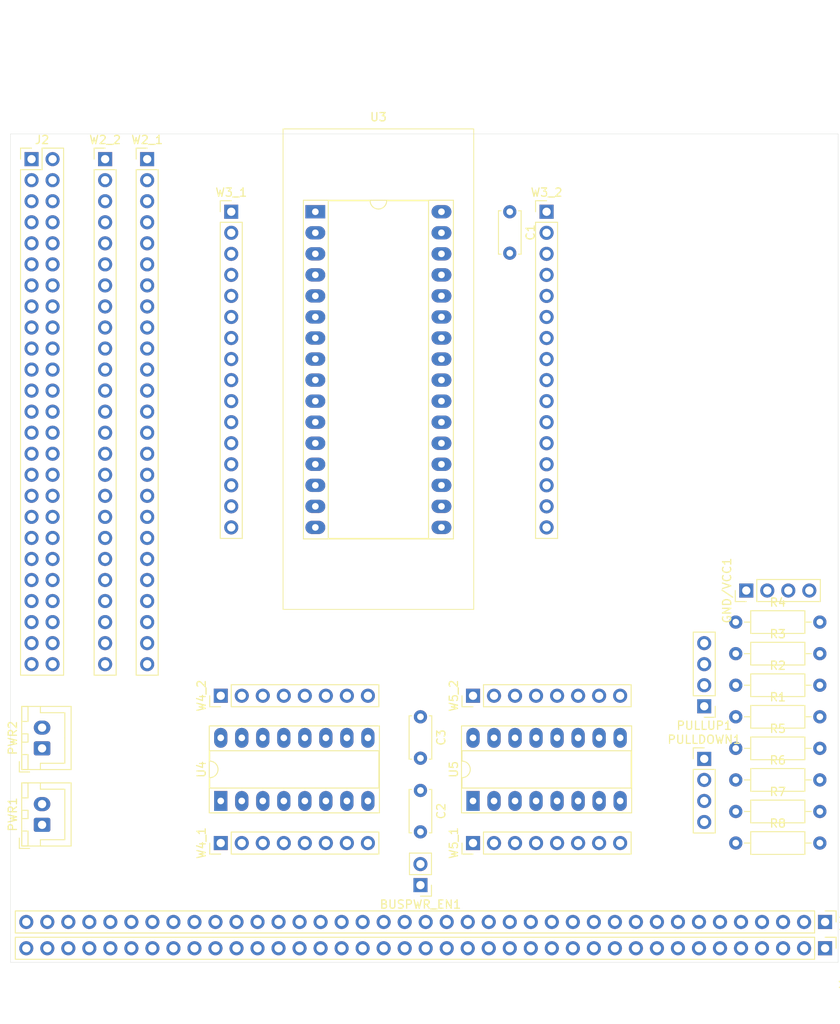
<source format=kicad_pcb>
(kicad_pcb (version 20171130) (host pcbnew "(5.1.8)-1")

  (general
    (thickness 1.6002)
    (drawings 4)
    (tracks 2)
    (zones 0)
    (modules 31)
    (nets 139)
  )

  (page USLetter)
  (title_block
    (rev 1)
  )

  (layers
    (0 Front signal)
    (1 In1.Cu signal)
    (2 In2.Cu signal)
    (31 Back signal)
    (34 B.Paste user hide)
    (35 F.Paste user)
    (36 B.SilkS user)
    (37 F.SilkS user hide)
    (38 B.Mask user)
    (39 F.Mask user)
    (44 Edge.Cuts user)
    (45 Margin user)
    (46 B.CrtYd user)
    (47 F.CrtYd user)
    (49 F.Fab user)
  )

  (setup
    (last_trace_width 0.254)
    (user_trace_width 0.15)
    (user_trace_width 0.2)
    (user_trace_width 0.4)
    (user_trace_width 0.6)
    (trace_clearance 0.254)
    (zone_clearance 0.508)
    (zone_45_only no)
    (trace_min 0.127)
    (via_size 0.9)
    (via_drill 0.4)
    (via_min_size 0.6)
    (via_min_drill 0.3)
    (user_via 0.6 0.3)
    (user_via 0.9 0.4)
    (uvia_size 0.6858)
    (uvia_drill 0.3302)
    (uvias_allowed no)
    (uvia_min_size 0)
    (uvia_min_drill 0)
    (edge_width 0.0381)
    (segment_width 0.254)
    (pcb_text_width 0.3048)
    (pcb_text_size 1.524 1.524)
    (mod_edge_width 0.1524)
    (mod_text_size 0.8128 0.8128)
    (mod_text_width 0.1524)
    (pad_size 1.524 1.524)
    (pad_drill 0.762)
    (pad_to_mask_clearance 0)
    (solder_mask_min_width 0.12)
    (aux_axis_origin 0 0)
    (grid_origin 82.54 51.778)
    (visible_elements 7FFFFFFF)
    (pcbplotparams
      (layerselection 0x010fc_ffffffff)
      (usegerberextensions false)
      (usegerberattributes false)
      (usegerberadvancedattributes false)
      (creategerberjobfile false)
      (excludeedgelayer true)
      (linewidth 0.152400)
      (plotframeref false)
      (viasonmask false)
      (mode 1)
      (useauxorigin false)
      (hpglpennumber 1)
      (hpglpenspeed 20)
      (hpglpendiameter 15.000000)
      (psnegative false)
      (psa4output false)
      (plotreference true)
      (plotvalue false)
      (plotinvisibletext false)
      (padsonsilk false)
      (subtractmaskfromsilk true)
      (outputformat 1)
      (mirror false)
      (drillshape 0)
      (scaleselection 1)
      (outputdirectory "./gerbers"))
  )

  (net 0 "")
  (net 1 /VCC)
  (net 2 /BUS_VCC)
  (net 3 "Net-(J1-Pad39)")
  (net 4 "Net-(J1-Pad38)")
  (net 5 "Net-(J1-Pad37)")
  (net 6 "Net-(J1-Pad36)")
  (net 7 "Net-(J1-Pad35)")
  (net 8 /D7)
  (net 9 /D6)
  (net 10 /D5)
  (net 11 /D4)
  (net 12 /D3)
  (net 13 /D2)
  (net 14 /D1)
  (net 15 /D0)
  (net 16 "Net-(J1-Pad26)")
  (net 17 "Net-(J1-Pad25)")
  (net 18 "Net-(J1-Pad24)")
  (net 19 "Net-(J1-Pad23)")
  (net 20 "Net-(J1-Pad22)")
  (net 21 "Net-(J1-Pad21)")
  (net 22 "Net-(J1-Pad20)")
  (net 23 "Net-(J1-Pad19)")
  (net 24 /GND)
  (net 25 /A0)
  (net 26 /A1)
  (net 27 /A2)
  (net 28 /A3)
  (net 29 /A4)
  (net 30 /A5)
  (net 31 /A6)
  (net 32 /A7)
  (net 33 /A8)
  (net 34 /A9)
  (net 35 /A10)
  (net 36 "Net-(J1-Pad5)")
  (net 37 "Net-(J1-Pad4)")
  (net 38 "Net-(J1-Pad3)")
  (net 39 "Net-(J1-Pad2)")
  (net 40 "Net-(J1-Pad1)")
  (net 41 "Net-(J2-Pad50)")
  (net 42 "Net-(J2-Pad49)")
  (net 43 "Net-(J2-Pad48)")
  (net 44 "Net-(J2-Pad47)")
  (net 45 "Net-(J2-Pad46)")
  (net 46 "Net-(J2-Pad45)")
  (net 47 "Net-(J2-Pad44)")
  (net 48 "Net-(J2-Pad43)")
  (net 49 "Net-(J2-Pad42)")
  (net 50 "Net-(J2-Pad41)")
  (net 51 "Net-(J2-Pad40)")
  (net 52 "Net-(J2-Pad39)")
  (net 53 "Net-(J2-Pad38)")
  (net 54 "Net-(J2-Pad37)")
  (net 55 "Net-(J2-Pad36)")
  (net 56 "Net-(J2-Pad35)")
  (net 57 "Net-(J2-Pad34)")
  (net 58 "Net-(J2-Pad33)")
  (net 59 "Net-(J2-Pad32)")
  (net 60 "Net-(J2-Pad31)")
  (net 61 "Net-(J2-Pad30)")
  (net 62 "Net-(J2-Pad29)")
  (net 63 "Net-(J2-Pad28)")
  (net 64 "Net-(J2-Pad27)")
  (net 65 "Net-(J2-Pad26)")
  (net 66 "Net-(J2-Pad25)")
  (net 67 "Net-(J2-Pad24)")
  (net 68 "Net-(J2-Pad23)")
  (net 69 "Net-(J2-Pad22)")
  (net 70 "Net-(J2-Pad21)")
  (net 71 "Net-(J2-Pad20)")
  (net 72 "Net-(J2-Pad19)")
  (net 73 "Net-(J2-Pad18)")
  (net 74 "Net-(J2-Pad17)")
  (net 75 "Net-(J2-Pad16)")
  (net 76 "Net-(J2-Pad15)")
  (net 77 "Net-(J2-Pad14)")
  (net 78 "Net-(J2-Pad13)")
  (net 79 "Net-(J2-Pad12)")
  (net 80 "Net-(J2-Pad11)")
  (net 81 "Net-(J2-Pad10)")
  (net 82 "Net-(J2-Pad9)")
  (net 83 "Net-(J2-Pad8)")
  (net 84 "Net-(J2-Pad7)")
  (net 85 "Net-(J2-Pad6)")
  (net 86 "Net-(J2-Pad5)")
  (net 87 "Net-(J2-Pad4)")
  (net 88 "Net-(J2-Pad3)")
  (net 89 "Net-(J2-Pad2)")
  (net 90 "Net-(J2-Pad1)")
  (net 91 "Net-(PULLDOWN1-Pad4)")
  (net 92 "Net-(PULLDOWN1-Pad3)")
  (net 93 "Net-(PULLDOWN1-Pad2)")
  (net 94 "Net-(PULLDOWN1-Pad1)")
  (net 95 "Net-(PULLUP1-Pad4)")
  (net 96 "Net-(PULLUP1-Pad3)")
  (net 97 "Net-(PULLUP1-Pad2)")
  (net 98 "Net-(PULLUP1-Pad1)")
  (net 99 "Net-(U3-Pad31)")
  (net 100 "Net-(U3-Pad30)")
  (net 101 "Net-(U3-Pad29)")
  (net 102 "Net-(U3-Pad28)")
  (net 103 "Net-(U3-Pad25)")
  (net 104 /~OE)
  (net 105 /~CE)
  (net 106 "Net-(U3-Pad5)")
  (net 107 "Net-(U3-Pad4)")
  (net 108 "Net-(U3-Pad3)")
  (net 109 "Net-(U3-Pad2)")
  (net 110 "Net-(U3-Pad1)")
  (net 111 "Net-(U4-Pad15)")
  (net 112 "Net-(U4-Pad7)")
  (net 113 "Net-(U4-Pad14)")
  (net 114 "Net-(U4-Pad6)")
  (net 115 "Net-(U4-Pad13)")
  (net 116 "Net-(U4-Pad5)")
  (net 117 "Net-(U4-Pad12)")
  (net 118 "Net-(U4-Pad4)")
  (net 119 "Net-(U4-Pad11)")
  (net 120 "Net-(U4-Pad3)")
  (net 121 "Net-(U4-Pad10)")
  (net 122 "Net-(U4-Pad2)")
  (net 123 "Net-(U4-Pad9)")
  (net 124 "Net-(U4-Pad1)")
  (net 125 "Net-(U5-Pad15)")
  (net 126 "Net-(U5-Pad7)")
  (net 127 "Net-(U5-Pad14)")
  (net 128 "Net-(U5-Pad6)")
  (net 129 "Net-(U5-Pad13)")
  (net 130 "Net-(U5-Pad5)")
  (net 131 "Net-(U5-Pad12)")
  (net 132 "Net-(U5-Pad4)")
  (net 133 "Net-(U5-Pad11)")
  (net 134 "Net-(U5-Pad3)")
  (net 135 "Net-(U5-Pad10)")
  (net 136 "Net-(U5-Pad2)")
  (net 137 "Net-(U5-Pad9)")
  (net 138 "Net-(U5-Pad1)")

  (net_class Default "This is the default net class."
    (clearance 0.254)
    (trace_width 0.254)
    (via_dia 0.9)
    (via_drill 0.4)
    (uvia_dia 0.6858)
    (uvia_drill 0.3302)
    (diff_pair_width 0.1524)
    (diff_pair_gap 0.254)
    (add_net /A0)
    (add_net /A1)
    (add_net /A10)
    (add_net /A2)
    (add_net /A3)
    (add_net /A4)
    (add_net /A5)
    (add_net /A6)
    (add_net /A7)
    (add_net /A8)
    (add_net /A9)
    (add_net /BUS_VCC)
    (add_net /D0)
    (add_net /D1)
    (add_net /D2)
    (add_net /D3)
    (add_net /D4)
    (add_net /D5)
    (add_net /D6)
    (add_net /D7)
    (add_net /GND)
    (add_net /VCC)
    (add_net /~CE)
    (add_net /~OE)
    (add_net "Net-(J1-Pad1)")
    (add_net "Net-(J1-Pad19)")
    (add_net "Net-(J1-Pad2)")
    (add_net "Net-(J1-Pad20)")
    (add_net "Net-(J1-Pad21)")
    (add_net "Net-(J1-Pad22)")
    (add_net "Net-(J1-Pad23)")
    (add_net "Net-(J1-Pad24)")
    (add_net "Net-(J1-Pad25)")
    (add_net "Net-(J1-Pad26)")
    (add_net "Net-(J1-Pad3)")
    (add_net "Net-(J1-Pad35)")
    (add_net "Net-(J1-Pad36)")
    (add_net "Net-(J1-Pad37)")
    (add_net "Net-(J1-Pad38)")
    (add_net "Net-(J1-Pad39)")
    (add_net "Net-(J1-Pad4)")
    (add_net "Net-(J1-Pad5)")
    (add_net "Net-(J2-Pad1)")
    (add_net "Net-(J2-Pad10)")
    (add_net "Net-(J2-Pad11)")
    (add_net "Net-(J2-Pad12)")
    (add_net "Net-(J2-Pad13)")
    (add_net "Net-(J2-Pad14)")
    (add_net "Net-(J2-Pad15)")
    (add_net "Net-(J2-Pad16)")
    (add_net "Net-(J2-Pad17)")
    (add_net "Net-(J2-Pad18)")
    (add_net "Net-(J2-Pad19)")
    (add_net "Net-(J2-Pad2)")
    (add_net "Net-(J2-Pad20)")
    (add_net "Net-(J2-Pad21)")
    (add_net "Net-(J2-Pad22)")
    (add_net "Net-(J2-Pad23)")
    (add_net "Net-(J2-Pad24)")
    (add_net "Net-(J2-Pad25)")
    (add_net "Net-(J2-Pad26)")
    (add_net "Net-(J2-Pad27)")
    (add_net "Net-(J2-Pad28)")
    (add_net "Net-(J2-Pad29)")
    (add_net "Net-(J2-Pad3)")
    (add_net "Net-(J2-Pad30)")
    (add_net "Net-(J2-Pad31)")
    (add_net "Net-(J2-Pad32)")
    (add_net "Net-(J2-Pad33)")
    (add_net "Net-(J2-Pad34)")
    (add_net "Net-(J2-Pad35)")
    (add_net "Net-(J2-Pad36)")
    (add_net "Net-(J2-Pad37)")
    (add_net "Net-(J2-Pad38)")
    (add_net "Net-(J2-Pad39)")
    (add_net "Net-(J2-Pad4)")
    (add_net "Net-(J2-Pad40)")
    (add_net "Net-(J2-Pad41)")
    (add_net "Net-(J2-Pad42)")
    (add_net "Net-(J2-Pad43)")
    (add_net "Net-(J2-Pad44)")
    (add_net "Net-(J2-Pad45)")
    (add_net "Net-(J2-Pad46)")
    (add_net "Net-(J2-Pad47)")
    (add_net "Net-(J2-Pad48)")
    (add_net "Net-(J2-Pad49)")
    (add_net "Net-(J2-Pad5)")
    (add_net "Net-(J2-Pad50)")
    (add_net "Net-(J2-Pad6)")
    (add_net "Net-(J2-Pad7)")
    (add_net "Net-(J2-Pad8)")
    (add_net "Net-(J2-Pad9)")
    (add_net "Net-(PULLDOWN1-Pad1)")
    (add_net "Net-(PULLDOWN1-Pad2)")
    (add_net "Net-(PULLDOWN1-Pad3)")
    (add_net "Net-(PULLDOWN1-Pad4)")
    (add_net "Net-(PULLUP1-Pad1)")
    (add_net "Net-(PULLUP1-Pad2)")
    (add_net "Net-(PULLUP1-Pad3)")
    (add_net "Net-(PULLUP1-Pad4)")
    (add_net "Net-(U3-Pad1)")
    (add_net "Net-(U3-Pad2)")
    (add_net "Net-(U3-Pad25)")
    (add_net "Net-(U3-Pad28)")
    (add_net "Net-(U3-Pad29)")
    (add_net "Net-(U3-Pad3)")
    (add_net "Net-(U3-Pad30)")
    (add_net "Net-(U3-Pad31)")
    (add_net "Net-(U3-Pad4)")
    (add_net "Net-(U3-Pad5)")
    (add_net "Net-(U4-Pad1)")
    (add_net "Net-(U4-Pad10)")
    (add_net "Net-(U4-Pad11)")
    (add_net "Net-(U4-Pad12)")
    (add_net "Net-(U4-Pad13)")
    (add_net "Net-(U4-Pad14)")
    (add_net "Net-(U4-Pad15)")
    (add_net "Net-(U4-Pad2)")
    (add_net "Net-(U4-Pad3)")
    (add_net "Net-(U4-Pad4)")
    (add_net "Net-(U4-Pad5)")
    (add_net "Net-(U4-Pad6)")
    (add_net "Net-(U4-Pad7)")
    (add_net "Net-(U4-Pad9)")
    (add_net "Net-(U5-Pad1)")
    (add_net "Net-(U5-Pad10)")
    (add_net "Net-(U5-Pad11)")
    (add_net "Net-(U5-Pad12)")
    (add_net "Net-(U5-Pad13)")
    (add_net "Net-(U5-Pad14)")
    (add_net "Net-(U5-Pad15)")
    (add_net "Net-(U5-Pad2)")
    (add_net "Net-(U5-Pad3)")
    (add_net "Net-(U5-Pad4)")
    (add_net "Net-(U5-Pad5)")
    (add_net "Net-(U5-Pad6)")
    (add_net "Net-(U5-Pad7)")
    (add_net "Net-(U5-Pad9)")
  )

  (net_class Smallest ""
    (clearance 0.127)
    (trace_width 0.127)
    (via_dia 0.6)
    (via_drill 0.3)
    (uvia_dia 0.6858)
    (uvia_drill 0.3302)
    (diff_pair_width 0.1524)
    (diff_pair_gap 0.254)
  )

  (module mempcb:DIP-32_W15.24mm_ZIF_Socket_LongPads (layer Front) (tedit 5FE98180) (tstamp 5FEA45B3)
    (at 116.83 59.398)
    (descr "32-lead though-hole mounted DIP ZIF socket, row spacing 15.24 mm (600 mils), Socket, LongPads")
    (tags "THT DIP DIL PDIP 2.54mm 15.24mm 600mil Socket LongPads")
    (path /5FEAD713)
    (fp_text reference U3 (at 7.62 -11.43) (layer F.SilkS)
      (effects (font (size 1 1) (thickness 0.15)))
    )
    (fp_text value JEDEC_DIP32_RAM (at 7.62 40.43) (layer F.Fab)
      (effects (font (size 1 1) (thickness 0.15)))
    )
    (fp_line (start -7.8 -10) (end -3.9 -10) (layer F.Fab) (width 0.12))
    (fp_line (start -7.8 -25.5) (end 0 -25.5) (layer F.Fab) (width 0.12))
    (fp_line (start 0 -10) (end 0 -25.5) (layer F.Fab) (width 0.12))
    (fp_line (start -7.8 -10) (end -7.8 -25.5) (layer F.Fab) (width 0.12))
    (fp_line (start 19.14 -10) (end -3.9 -10) (layer F.SilkS) (width 0.1))
    (fp_line (start 19.14 48) (end 19.14 -10) (layer F.SilkS) (width 0.1))
    (fp_line (start -3.9 48) (end 19.14 48) (layer F.SilkS) (width 0.1))
    (fp_line (start -3.9 -10) (end -3.9 48) (layer F.SilkS) (width 0.1))
    (fp_line (start 16.8 -1.6) (end -1.55 -1.6) (layer F.CrtYd) (width 0.05))
    (fp_line (start 16.8 39.7) (end 16.8 -1.6) (layer F.CrtYd) (width 0.05))
    (fp_line (start -1.55 39.7) (end 16.8 39.7) (layer F.CrtYd) (width 0.05))
    (fp_line (start -1.55 -1.6) (end -1.55 39.7) (layer F.CrtYd) (width 0.05))
    (fp_line (start 16.68 -1.39) (end -1.44 -1.39) (layer F.SilkS) (width 0.12))
    (fp_line (start 16.68 39.49) (end 16.68 -1.39) (layer F.SilkS) (width 0.12))
    (fp_line (start -1.44 39.49) (end 16.68 39.49) (layer F.SilkS) (width 0.12))
    (fp_line (start -1.44 -1.39) (end -1.44 39.49) (layer F.SilkS) (width 0.12))
    (fp_line (start 13.68 -1.33) (end 8.62 -1.33) (layer F.SilkS) (width 0.12))
    (fp_line (start 13.68 39.43) (end 13.68 -1.33) (layer F.SilkS) (width 0.12))
    (fp_line (start 1.56 39.43) (end 13.68 39.43) (layer F.SilkS) (width 0.12))
    (fp_line (start 1.56 -1.33) (end 1.56 39.43) (layer F.SilkS) (width 0.12))
    (fp_line (start 6.62 -1.33) (end 1.56 -1.33) (layer F.SilkS) (width 0.12))
    (fp_line (start 19.14 -10) (end -3.9 -10) (layer F.Fab) (width 0.1))
    (fp_line (start 19.14 48) (end 19.14 -10) (layer F.Fab) (width 0.1))
    (fp_line (start -3.9 48) (end 19.14 48) (layer F.Fab) (width 0.1))
    (fp_line (start -3.9 -10) (end -3.9 48) (layer F.Fab) (width 0.1))
    (fp_line (start 0.255 -0.27) (end 1.255 -1.27) (layer F.Fab) (width 0.1))
    (fp_line (start 0.255 39.37) (end 0.255 -0.27) (layer F.Fab) (width 0.1))
    (fp_line (start 14.985 39.37) (end 0.255 39.37) (layer F.Fab) (width 0.1))
    (fp_line (start 14.985 -1.27) (end 14.985 39.37) (layer F.Fab) (width 0.1))
    (fp_line (start 1.255 -1.27) (end 14.985 -1.27) (layer F.Fab) (width 0.1))
    (fp_arc (start 7.62 -1.33) (end 6.62 -1.33) (angle -180) (layer F.SilkS) (width 0.12))
    (fp_text user %R (at 7.62 19.05) (layer F.Fab)
      (effects (font (size 1 1) (thickness 0.15)))
    )
    (pad 1 thru_hole rect (at 0 0) (size 2.4 1.6) (drill 0.8) (layers *.Cu *.Mask)
      (net 110 "Net-(U3-Pad1)"))
    (pad 17 thru_hole oval (at 15.24 38.1) (size 2.4 1.6) (drill 0.8) (layers *.Cu *.Mask)
      (net 12 /D3))
    (pad 2 thru_hole oval (at 0 2.54) (size 2.4 1.6) (drill 0.8) (layers *.Cu *.Mask)
      (net 109 "Net-(U3-Pad2)"))
    (pad 18 thru_hole oval (at 15.24 35.56) (size 2.4 1.6) (drill 0.8) (layers *.Cu *.Mask)
      (net 11 /D4))
    (pad 3 thru_hole oval (at 0 5.08) (size 2.4 1.6) (drill 0.8) (layers *.Cu *.Mask)
      (net 108 "Net-(U3-Pad3)"))
    (pad 19 thru_hole oval (at 15.24 33.02) (size 2.4 1.6) (drill 0.8) (layers *.Cu *.Mask)
      (net 10 /D5))
    (pad 4 thru_hole oval (at 0 7.62) (size 2.4 1.6) (drill 0.8) (layers *.Cu *.Mask)
      (net 107 "Net-(U3-Pad4)"))
    (pad 20 thru_hole oval (at 15.24 30.48) (size 2.4 1.6) (drill 0.8) (layers *.Cu *.Mask)
      (net 9 /D6))
    (pad 5 thru_hole oval (at 0 10.16) (size 2.4 1.6) (drill 0.8) (layers *.Cu *.Mask)
      (net 106 "Net-(U3-Pad5)"))
    (pad 21 thru_hole oval (at 15.24 27.94) (size 2.4 1.6) (drill 0.8) (layers *.Cu *.Mask)
      (net 8 /D7))
    (pad 6 thru_hole oval (at 0 12.7) (size 2.4 1.6) (drill 0.8) (layers *.Cu *.Mask)
      (net 31 /A6))
    (pad 22 thru_hole oval (at 15.24 25.4) (size 2.4 1.6) (drill 0.8) (layers *.Cu *.Mask)
      (net 105 /~CE))
    (pad 7 thru_hole oval (at 0 15.24) (size 2.4 1.6) (drill 0.8) (layers *.Cu *.Mask)
      (net 30 /A5))
    (pad 23 thru_hole oval (at 15.24 22.86) (size 2.4 1.6) (drill 0.8) (layers *.Cu *.Mask)
      (net 35 /A10))
    (pad 8 thru_hole oval (at 0 17.78) (size 2.4 1.6) (drill 0.8) (layers *.Cu *.Mask)
      (net 29 /A4))
    (pad 24 thru_hole oval (at 15.24 20.32) (size 2.4 1.6) (drill 0.8) (layers *.Cu *.Mask)
      (net 104 /~OE))
    (pad 9 thru_hole oval (at 0 20.32) (size 2.4 1.6) (drill 0.8) (layers *.Cu *.Mask)
      (net 28 /A3))
    (pad 25 thru_hole oval (at 15.24 17.78) (size 2.4 1.6) (drill 0.8) (layers *.Cu *.Mask)
      (net 103 "Net-(U3-Pad25)"))
    (pad 10 thru_hole oval (at 0 22.86) (size 2.4 1.6) (drill 0.8) (layers *.Cu *.Mask)
      (net 27 /A2))
    (pad 26 thru_hole oval (at 15.24 15.24) (size 2.4 1.6) (drill 0.8) (layers *.Cu *.Mask)
      (net 34 /A9))
    (pad 11 thru_hole oval (at 0 25.4) (size 2.4 1.6) (drill 0.8) (layers *.Cu *.Mask)
      (net 26 /A1))
    (pad 27 thru_hole oval (at 15.24 12.7) (size 2.4 1.6) (drill 0.8) (layers *.Cu *.Mask)
      (net 33 /A8))
    (pad 12 thru_hole oval (at 0 27.94) (size 2.4 1.6) (drill 0.8) (layers *.Cu *.Mask)
      (net 25 /A0))
    (pad 28 thru_hole oval (at 15.24 10.16) (size 2.4 1.6) (drill 0.8) (layers *.Cu *.Mask)
      (net 102 "Net-(U3-Pad28)"))
    (pad 13 thru_hole oval (at 0 30.48) (size 2.4 1.6) (drill 0.8) (layers *.Cu *.Mask)
      (net 15 /D0))
    (pad 29 thru_hole oval (at 15.24 7.62) (size 2.4 1.6) (drill 0.8) (layers *.Cu *.Mask)
      (net 101 "Net-(U3-Pad29)"))
    (pad 14 thru_hole oval (at 0 33.02) (size 2.4 1.6) (drill 0.8) (layers *.Cu *.Mask)
      (net 14 /D1))
    (pad 30 thru_hole oval (at 15.24 5.08) (size 2.4 1.6) (drill 0.8) (layers *.Cu *.Mask)
      (net 100 "Net-(U3-Pad30)"))
    (pad 15 thru_hole oval (at 0 35.56) (size 2.4 1.6) (drill 0.8) (layers *.Cu *.Mask)
      (net 13 /D2))
    (pad 31 thru_hole oval (at 15.24 2.54) (size 2.4 1.6) (drill 0.8) (layers *.Cu *.Mask)
      (net 99 "Net-(U3-Pad31)"))
    (pad 16 thru_hole oval (at 0 38.1) (size 2.4 1.6) (drill 0.8) (layers *.Cu *.Mask)
      (net 24 /GND))
    (pad 32 thru_hole oval (at 15.24 0) (size 2.4 1.6) (drill 0.8) (layers *.Cu *.Mask)
      (net 1 /VCC))
    (model ${KISYS3DMOD}/Package_DIP.3dshapes/DIP-32_W15.24mm_Socket.wrl
      (at (xyz 0 0 0))
      (scale (xyz 1 1 1))
      (rotate (xyz 0 0 0))
    )
  )

  (module Connector_PinHeader_2.54mm:PinHeader_1x08_P2.54mm_Vertical (layer Front) (tedit 59FED5CC) (tstamp 5FEA4CEA)
    (at 135.88 117.818 90)
    (descr "Through hole straight pin header, 1x08, 2.54mm pitch, single row")
    (tags "Through hole pin header THT 1x08 2.54mm single row")
    (path /5FF51E6E)
    (fp_text reference W5_2 (at 0 -2.33 90) (layer F.SilkS)
      (effects (font (size 1 1) (thickness 0.15)))
    )
    (fp_text value "0.1\" 1x8" (at 0 20.11 90) (layer F.Fab)
      (effects (font (size 1 1) (thickness 0.15)))
    )
    (fp_line (start 1.8 -1.8) (end -1.8 -1.8) (layer F.CrtYd) (width 0.05))
    (fp_line (start 1.8 19.55) (end 1.8 -1.8) (layer F.CrtYd) (width 0.05))
    (fp_line (start -1.8 19.55) (end 1.8 19.55) (layer F.CrtYd) (width 0.05))
    (fp_line (start -1.8 -1.8) (end -1.8 19.55) (layer F.CrtYd) (width 0.05))
    (fp_line (start -1.33 -1.33) (end 0 -1.33) (layer F.SilkS) (width 0.12))
    (fp_line (start -1.33 0) (end -1.33 -1.33) (layer F.SilkS) (width 0.12))
    (fp_line (start -1.33 1.27) (end 1.33 1.27) (layer F.SilkS) (width 0.12))
    (fp_line (start 1.33 1.27) (end 1.33 19.11) (layer F.SilkS) (width 0.12))
    (fp_line (start -1.33 1.27) (end -1.33 19.11) (layer F.SilkS) (width 0.12))
    (fp_line (start -1.33 19.11) (end 1.33 19.11) (layer F.SilkS) (width 0.12))
    (fp_line (start -1.27 -0.635) (end -0.635 -1.27) (layer F.Fab) (width 0.1))
    (fp_line (start -1.27 19.05) (end -1.27 -0.635) (layer F.Fab) (width 0.1))
    (fp_line (start 1.27 19.05) (end -1.27 19.05) (layer F.Fab) (width 0.1))
    (fp_line (start 1.27 -1.27) (end 1.27 19.05) (layer F.Fab) (width 0.1))
    (fp_line (start -0.635 -1.27) (end 1.27 -1.27) (layer F.Fab) (width 0.1))
    (fp_text user %R (at 0 8.89 180) (layer F.Fab)
      (effects (font (size 1 1) (thickness 0.15)))
    )
    (pad 8 thru_hole oval (at 0 17.78 90) (size 1.7 1.7) (drill 1) (layers *.Cu *.Mask)
      (net 137 "Net-(U5-Pad9)"))
    (pad 7 thru_hole oval (at 0 15.24 90) (size 1.7 1.7) (drill 1) (layers *.Cu *.Mask)
      (net 135 "Net-(U5-Pad10)"))
    (pad 6 thru_hole oval (at 0 12.7 90) (size 1.7 1.7) (drill 1) (layers *.Cu *.Mask)
      (net 133 "Net-(U5-Pad11)"))
    (pad 5 thru_hole oval (at 0 10.16 90) (size 1.7 1.7) (drill 1) (layers *.Cu *.Mask)
      (net 131 "Net-(U5-Pad12)"))
    (pad 4 thru_hole oval (at 0 7.62 90) (size 1.7 1.7) (drill 1) (layers *.Cu *.Mask)
      (net 129 "Net-(U5-Pad13)"))
    (pad 3 thru_hole oval (at 0 5.08 90) (size 1.7 1.7) (drill 1) (layers *.Cu *.Mask)
      (net 127 "Net-(U5-Pad14)"))
    (pad 2 thru_hole oval (at 0 2.54 90) (size 1.7 1.7) (drill 1) (layers *.Cu *.Mask)
      (net 125 "Net-(U5-Pad15)"))
    (pad 1 thru_hole rect (at 0 0 90) (size 1.7 1.7) (drill 1) (layers *.Cu *.Mask)
      (net 1 /VCC))
    (model ${KISYS3DMOD}/Connector_PinHeader_2.54mm.3dshapes/PinHeader_1x08_P2.54mm_Vertical.wrl
      (at (xyz 0 0 0))
      (scale (xyz 1 1 1))
      (rotate (xyz 0 0 0))
    )
  )

  (module Connector_PinHeader_2.54mm:PinHeader_1x08_P2.54mm_Vertical (layer Front) (tedit 59FED5CC) (tstamp 5FE9548D)
    (at 135.88 135.598 90)
    (descr "Through hole straight pin header, 1x08, 2.54mm pitch, single row")
    (tags "Through hole pin header THT 1x08 2.54mm single row")
    (path /5FF51E74)
    (fp_text reference W5_1 (at 0 -2.33 90) (layer F.SilkS)
      (effects (font (size 1 1) (thickness 0.15)))
    )
    (fp_text value "0.1\" 1x8" (at 0 20.11 90) (layer F.Fab)
      (effects (font (size 1 1) (thickness 0.15)))
    )
    (fp_line (start 1.8 -1.8) (end -1.8 -1.8) (layer F.CrtYd) (width 0.05))
    (fp_line (start 1.8 19.55) (end 1.8 -1.8) (layer F.CrtYd) (width 0.05))
    (fp_line (start -1.8 19.55) (end 1.8 19.55) (layer F.CrtYd) (width 0.05))
    (fp_line (start -1.8 -1.8) (end -1.8 19.55) (layer F.CrtYd) (width 0.05))
    (fp_line (start -1.33 -1.33) (end 0 -1.33) (layer F.SilkS) (width 0.12))
    (fp_line (start -1.33 0) (end -1.33 -1.33) (layer F.SilkS) (width 0.12))
    (fp_line (start -1.33 1.27) (end 1.33 1.27) (layer F.SilkS) (width 0.12))
    (fp_line (start 1.33 1.27) (end 1.33 19.11) (layer F.SilkS) (width 0.12))
    (fp_line (start -1.33 1.27) (end -1.33 19.11) (layer F.SilkS) (width 0.12))
    (fp_line (start -1.33 19.11) (end 1.33 19.11) (layer F.SilkS) (width 0.12))
    (fp_line (start -1.27 -0.635) (end -0.635 -1.27) (layer F.Fab) (width 0.1))
    (fp_line (start -1.27 19.05) (end -1.27 -0.635) (layer F.Fab) (width 0.1))
    (fp_line (start 1.27 19.05) (end -1.27 19.05) (layer F.Fab) (width 0.1))
    (fp_line (start 1.27 -1.27) (end 1.27 19.05) (layer F.Fab) (width 0.1))
    (fp_line (start -0.635 -1.27) (end 1.27 -1.27) (layer F.Fab) (width 0.1))
    (fp_text user %R (at 0 8.89 180) (layer F.Fab)
      (effects (font (size 1 1) (thickness 0.15)))
    )
    (pad 8 thru_hole oval (at 0 17.78 90) (size 1.7 1.7) (drill 1) (layers *.Cu *.Mask)
      (net 24 /GND))
    (pad 7 thru_hole oval (at 0 15.24 90) (size 1.7 1.7) (drill 1) (layers *.Cu *.Mask)
      (net 126 "Net-(U5-Pad7)"))
    (pad 6 thru_hole oval (at 0 12.7 90) (size 1.7 1.7) (drill 1) (layers *.Cu *.Mask)
      (net 128 "Net-(U5-Pad6)"))
    (pad 5 thru_hole oval (at 0 10.16 90) (size 1.7 1.7) (drill 1) (layers *.Cu *.Mask)
      (net 130 "Net-(U5-Pad5)"))
    (pad 4 thru_hole oval (at 0 7.62 90) (size 1.7 1.7) (drill 1) (layers *.Cu *.Mask)
      (net 132 "Net-(U5-Pad4)"))
    (pad 3 thru_hole oval (at 0 5.08 90) (size 1.7 1.7) (drill 1) (layers *.Cu *.Mask)
      (net 134 "Net-(U5-Pad3)"))
    (pad 2 thru_hole oval (at 0 2.54 90) (size 1.7 1.7) (drill 1) (layers *.Cu *.Mask)
      (net 136 "Net-(U5-Pad2)"))
    (pad 1 thru_hole rect (at 0 0 90) (size 1.7 1.7) (drill 1) (layers *.Cu *.Mask)
      (net 138 "Net-(U5-Pad1)"))
    (model ${KISYS3DMOD}/Connector_PinHeader_2.54mm.3dshapes/PinHeader_1x08_P2.54mm_Vertical.wrl
      (at (xyz 0 0 0))
      (scale (xyz 1 1 1))
      (rotate (xyz 0 0 0))
    )
  )

  (module Package_DIP:DIP-16_W7.62mm_Socket_LongPads (layer Front) (tedit 5A02E8C5) (tstamp 5FE95255)
    (at 135.88 130.518 90)
    (descr "16-lead though-hole mounted DIP package, row spacing 7.62 mm (300 mils), Socket, LongPads")
    (tags "THT DIP DIL PDIP 2.54mm 7.62mm 300mil Socket LongPads")
    (path /5FF51E7A)
    (fp_text reference U5 (at 3.81 -2.33 90) (layer F.SilkS)
      (effects (font (size 1 1) (thickness 0.15)))
    )
    (fp_text value 74LS138 (at 3.81 20.11 90) (layer F.Fab)
      (effects (font (size 1 1) (thickness 0.15)))
    )
    (fp_line (start 9.15 -1.6) (end -1.55 -1.6) (layer F.CrtYd) (width 0.05))
    (fp_line (start 9.15 19.4) (end 9.15 -1.6) (layer F.CrtYd) (width 0.05))
    (fp_line (start -1.55 19.4) (end 9.15 19.4) (layer F.CrtYd) (width 0.05))
    (fp_line (start -1.55 -1.6) (end -1.55 19.4) (layer F.CrtYd) (width 0.05))
    (fp_line (start 9.06 -1.39) (end -1.44 -1.39) (layer F.SilkS) (width 0.12))
    (fp_line (start 9.06 19.17) (end 9.06 -1.39) (layer F.SilkS) (width 0.12))
    (fp_line (start -1.44 19.17) (end 9.06 19.17) (layer F.SilkS) (width 0.12))
    (fp_line (start -1.44 -1.39) (end -1.44 19.17) (layer F.SilkS) (width 0.12))
    (fp_line (start 6.06 -1.33) (end 4.81 -1.33) (layer F.SilkS) (width 0.12))
    (fp_line (start 6.06 19.11) (end 6.06 -1.33) (layer F.SilkS) (width 0.12))
    (fp_line (start 1.56 19.11) (end 6.06 19.11) (layer F.SilkS) (width 0.12))
    (fp_line (start 1.56 -1.33) (end 1.56 19.11) (layer F.SilkS) (width 0.12))
    (fp_line (start 2.81 -1.33) (end 1.56 -1.33) (layer F.SilkS) (width 0.12))
    (fp_line (start 8.89 -1.33) (end -1.27 -1.33) (layer F.Fab) (width 0.1))
    (fp_line (start 8.89 19.11) (end 8.89 -1.33) (layer F.Fab) (width 0.1))
    (fp_line (start -1.27 19.11) (end 8.89 19.11) (layer F.Fab) (width 0.1))
    (fp_line (start -1.27 -1.33) (end -1.27 19.11) (layer F.Fab) (width 0.1))
    (fp_line (start 0.635 -0.27) (end 1.635 -1.27) (layer F.Fab) (width 0.1))
    (fp_line (start 0.635 19.05) (end 0.635 -0.27) (layer F.Fab) (width 0.1))
    (fp_line (start 6.985 19.05) (end 0.635 19.05) (layer F.Fab) (width 0.1))
    (fp_line (start 6.985 -1.27) (end 6.985 19.05) (layer F.Fab) (width 0.1))
    (fp_line (start 1.635 -1.27) (end 6.985 -1.27) (layer F.Fab) (width 0.1))
    (fp_text user %R (at 3.81 8.89 90) (layer F.Fab)
      (effects (font (size 1 1) (thickness 0.15)))
    )
    (fp_arc (start 3.81 -1.33) (end 2.81 -1.33) (angle -180) (layer F.SilkS) (width 0.12))
    (pad 16 thru_hole oval (at 7.62 0 90) (size 2.4 1.6) (drill 0.8) (layers *.Cu *.Mask)
      (net 1 /VCC))
    (pad 8 thru_hole oval (at 0 17.78 90) (size 2.4 1.6) (drill 0.8) (layers *.Cu *.Mask)
      (net 24 /GND))
    (pad 15 thru_hole oval (at 7.62 2.54 90) (size 2.4 1.6) (drill 0.8) (layers *.Cu *.Mask)
      (net 125 "Net-(U5-Pad15)"))
    (pad 7 thru_hole oval (at 0 15.24 90) (size 2.4 1.6) (drill 0.8) (layers *.Cu *.Mask)
      (net 126 "Net-(U5-Pad7)"))
    (pad 14 thru_hole oval (at 7.62 5.08 90) (size 2.4 1.6) (drill 0.8) (layers *.Cu *.Mask)
      (net 127 "Net-(U5-Pad14)"))
    (pad 6 thru_hole oval (at 0 12.7 90) (size 2.4 1.6) (drill 0.8) (layers *.Cu *.Mask)
      (net 128 "Net-(U5-Pad6)"))
    (pad 13 thru_hole oval (at 7.62 7.62 90) (size 2.4 1.6) (drill 0.8) (layers *.Cu *.Mask)
      (net 129 "Net-(U5-Pad13)"))
    (pad 5 thru_hole oval (at 0 10.16 90) (size 2.4 1.6) (drill 0.8) (layers *.Cu *.Mask)
      (net 130 "Net-(U5-Pad5)"))
    (pad 12 thru_hole oval (at 7.62 10.16 90) (size 2.4 1.6) (drill 0.8) (layers *.Cu *.Mask)
      (net 131 "Net-(U5-Pad12)"))
    (pad 4 thru_hole oval (at 0 7.62 90) (size 2.4 1.6) (drill 0.8) (layers *.Cu *.Mask)
      (net 132 "Net-(U5-Pad4)"))
    (pad 11 thru_hole oval (at 7.62 12.7 90) (size 2.4 1.6) (drill 0.8) (layers *.Cu *.Mask)
      (net 133 "Net-(U5-Pad11)"))
    (pad 3 thru_hole oval (at 0 5.08 90) (size 2.4 1.6) (drill 0.8) (layers *.Cu *.Mask)
      (net 134 "Net-(U5-Pad3)"))
    (pad 10 thru_hole oval (at 7.62 15.24 90) (size 2.4 1.6) (drill 0.8) (layers *.Cu *.Mask)
      (net 135 "Net-(U5-Pad10)"))
    (pad 2 thru_hole oval (at 0 2.54 90) (size 2.4 1.6) (drill 0.8) (layers *.Cu *.Mask)
      (net 136 "Net-(U5-Pad2)"))
    (pad 9 thru_hole oval (at 7.62 17.78 90) (size 2.4 1.6) (drill 0.8) (layers *.Cu *.Mask)
      (net 137 "Net-(U5-Pad9)"))
    (pad 1 thru_hole rect (at 0 0 90) (size 2.4 1.6) (drill 0.8) (layers *.Cu *.Mask)
      (net 138 "Net-(U5-Pad1)"))
    (model ${KISYS3DMOD}/Package_DIP.3dshapes/DIP-16_W7.62mm_Socket.wrl
      (at (xyz 0 0 0))
      (scale (xyz 1 1 1))
      (rotate (xyz 0 0 0))
    )
  )

  (module Capacitor_THT:C_Disc_D5.0mm_W2.5mm_P5.00mm (layer Front) (tedit 5AE50EF0) (tstamp 5FEA4C8B)
    (at 129.53 120.358 270)
    (descr "C, Disc series, Radial, pin pitch=5.00mm, , diameter*width=5*2.5mm^2, Capacitor, http://cdn-reichelt.de/documents/datenblatt/B300/DS_KERKO_TC.pdf")
    (tags "C Disc series Radial pin pitch 5.00mm  diameter 5mm width 2.5mm Capacitor")
    (path /5FF51E9A)
    (fp_text reference C3 (at 2.5 -2.5 90) (layer F.SilkS)
      (effects (font (size 1 1) (thickness 0.15)))
    )
    (fp_text value .1μF (at 2.5 2.5 90) (layer F.Fab)
      (effects (font (size 1 1) (thickness 0.15)))
    )
    (fp_line (start 6.05 -1.5) (end -1.05 -1.5) (layer F.CrtYd) (width 0.05))
    (fp_line (start 6.05 1.5) (end 6.05 -1.5) (layer F.CrtYd) (width 0.05))
    (fp_line (start -1.05 1.5) (end 6.05 1.5) (layer F.CrtYd) (width 0.05))
    (fp_line (start -1.05 -1.5) (end -1.05 1.5) (layer F.CrtYd) (width 0.05))
    (fp_line (start 5.12 1.055) (end 5.12 1.37) (layer F.SilkS) (width 0.12))
    (fp_line (start 5.12 -1.37) (end 5.12 -1.055) (layer F.SilkS) (width 0.12))
    (fp_line (start -0.12 1.055) (end -0.12 1.37) (layer F.SilkS) (width 0.12))
    (fp_line (start -0.12 -1.37) (end -0.12 -1.055) (layer F.SilkS) (width 0.12))
    (fp_line (start -0.12 1.37) (end 5.12 1.37) (layer F.SilkS) (width 0.12))
    (fp_line (start -0.12 -1.37) (end 5.12 -1.37) (layer F.SilkS) (width 0.12))
    (fp_line (start 5 -1.25) (end 0 -1.25) (layer F.Fab) (width 0.1))
    (fp_line (start 5 1.25) (end 5 -1.25) (layer F.Fab) (width 0.1))
    (fp_line (start 0 1.25) (end 5 1.25) (layer F.Fab) (width 0.1))
    (fp_line (start 0 -1.25) (end 0 1.25) (layer F.Fab) (width 0.1))
    (fp_text user %R (at 2.5 0 90) (layer F.Fab)
      (effects (font (size 1 1) (thickness 0.15)))
    )
    (pad 2 thru_hole circle (at 5 0 270) (size 1.6 1.6) (drill 0.8) (layers *.Cu *.Mask)
      (net 24 /GND))
    (pad 1 thru_hole circle (at 0 0 270) (size 1.6 1.6) (drill 0.8) (layers *.Cu *.Mask)
      (net 1 /VCC))
    (model ${KISYS3DMOD}/Capacitor_THT.3dshapes/C_Disc_D5.0mm_W2.5mm_P5.00mm.wrl
      (at (xyz 0 0 0))
      (scale (xyz 1 1 1))
      (rotate (xyz 0 0 0))
    )
  )

  (module Capacitor_THT:C_Disc_D5.0mm_W2.5mm_P5.00mm (layer Front) (tedit 5AE50EF0) (tstamp 5FE94D8E)
    (at 129.53 129.248 270)
    (descr "C, Disc series, Radial, pin pitch=5.00mm, , diameter*width=5*2.5mm^2, Capacitor, http://cdn-reichelt.de/documents/datenblatt/B300/DS_KERKO_TC.pdf")
    (tags "C Disc series Radial pin pitch 5.00mm  diameter 5mm width 2.5mm Capacitor")
    (path /5FF0AFCA)
    (fp_text reference C2 (at 2.5 -2.5 90) (layer F.SilkS)
      (effects (font (size 1 1) (thickness 0.15)))
    )
    (fp_text value .1μF (at 2.5 2.5 90) (layer F.Fab)
      (effects (font (size 1 1) (thickness 0.15)))
    )
    (fp_line (start 6.05 -1.5) (end -1.05 -1.5) (layer F.CrtYd) (width 0.05))
    (fp_line (start 6.05 1.5) (end 6.05 -1.5) (layer F.CrtYd) (width 0.05))
    (fp_line (start -1.05 1.5) (end 6.05 1.5) (layer F.CrtYd) (width 0.05))
    (fp_line (start -1.05 -1.5) (end -1.05 1.5) (layer F.CrtYd) (width 0.05))
    (fp_line (start 5.12 1.055) (end 5.12 1.37) (layer F.SilkS) (width 0.12))
    (fp_line (start 5.12 -1.37) (end 5.12 -1.055) (layer F.SilkS) (width 0.12))
    (fp_line (start -0.12 1.055) (end -0.12 1.37) (layer F.SilkS) (width 0.12))
    (fp_line (start -0.12 -1.37) (end -0.12 -1.055) (layer F.SilkS) (width 0.12))
    (fp_line (start -0.12 1.37) (end 5.12 1.37) (layer F.SilkS) (width 0.12))
    (fp_line (start -0.12 -1.37) (end 5.12 -1.37) (layer F.SilkS) (width 0.12))
    (fp_line (start 5 -1.25) (end 0 -1.25) (layer F.Fab) (width 0.1))
    (fp_line (start 5 1.25) (end 5 -1.25) (layer F.Fab) (width 0.1))
    (fp_line (start 0 1.25) (end 5 1.25) (layer F.Fab) (width 0.1))
    (fp_line (start 0 -1.25) (end 0 1.25) (layer F.Fab) (width 0.1))
    (fp_text user %R (at 2.5 0 90) (layer F.Fab)
      (effects (font (size 1 1) (thickness 0.15)))
    )
    (pad 2 thru_hole circle (at 5 0 270) (size 1.6 1.6) (drill 0.8) (layers *.Cu *.Mask)
      (net 24 /GND))
    (pad 1 thru_hole circle (at 0 0 270) (size 1.6 1.6) (drill 0.8) (layers *.Cu *.Mask)
      (net 1 /VCC))
    (model ${KISYS3DMOD}/Capacitor_THT.3dshapes/C_Disc_D5.0mm_W2.5mm_P5.00mm.wrl
      (at (xyz 0 0 0))
      (scale (xyz 1 1 1))
      (rotate (xyz 0 0 0))
    )
  )

  (module Capacitor_THT:C_Disc_D5.0mm_W2.5mm_P5.00mm (layer Front) (tedit 5AE50EF0) (tstamp 5FEA464D)
    (at 140.325 59.398 270)
    (descr "C, Disc series, Radial, pin pitch=5.00mm, , diameter*width=5*2.5mm^2, Capacitor, http://cdn-reichelt.de/documents/datenblatt/B300/DS_KERKO_TC.pdf")
    (tags "C Disc series Radial pin pitch 5.00mm  diameter 5mm width 2.5mm Capacitor")
    (path /5FF2C1A0)
    (fp_text reference C1 (at 2.5 -2.5 270) (layer F.SilkS)
      (effects (font (size 1 1) (thickness 0.15)))
    )
    (fp_text value .1μF (at 2.5 2.5 270) (layer F.Fab)
      (effects (font (size 1 1) (thickness 0.15)))
    )
    (fp_text user %R (at 2.5 0 270) (layer F.Fab)
      (effects (font (size 1 1) (thickness 0.15)))
    )
    (fp_line (start 0 -1.25) (end 0 1.25) (layer F.Fab) (width 0.1))
    (fp_line (start 0 1.25) (end 5 1.25) (layer F.Fab) (width 0.1))
    (fp_line (start 5 1.25) (end 5 -1.25) (layer F.Fab) (width 0.1))
    (fp_line (start 5 -1.25) (end 0 -1.25) (layer F.Fab) (width 0.1))
    (fp_line (start -0.12 -1.37) (end 5.12 -1.37) (layer F.SilkS) (width 0.12))
    (fp_line (start -0.12 1.37) (end 5.12 1.37) (layer F.SilkS) (width 0.12))
    (fp_line (start -0.12 -1.37) (end -0.12 -1.055) (layer F.SilkS) (width 0.12))
    (fp_line (start -0.12 1.055) (end -0.12 1.37) (layer F.SilkS) (width 0.12))
    (fp_line (start 5.12 -1.37) (end 5.12 -1.055) (layer F.SilkS) (width 0.12))
    (fp_line (start 5.12 1.055) (end 5.12 1.37) (layer F.SilkS) (width 0.12))
    (fp_line (start -1.05 -1.5) (end -1.05 1.5) (layer F.CrtYd) (width 0.05))
    (fp_line (start -1.05 1.5) (end 6.05 1.5) (layer F.CrtYd) (width 0.05))
    (fp_line (start 6.05 1.5) (end 6.05 -1.5) (layer F.CrtYd) (width 0.05))
    (fp_line (start 6.05 -1.5) (end -1.05 -1.5) (layer F.CrtYd) (width 0.05))
    (pad 1 thru_hole circle (at 0 0 270) (size 1.6 1.6) (drill 0.8) (layers *.Cu *.Mask)
      (net 1 /VCC))
    (pad 2 thru_hole circle (at 5 0 270) (size 1.6 1.6) (drill 0.8) (layers *.Cu *.Mask)
      (net 24 /GND))
    (model ${KISYS3DMOD}/Capacitor_THT.3dshapes/C_Disc_D5.0mm_W2.5mm_P5.00mm.wrl
      (at (xyz 0 0 0))
      (scale (xyz 1 1 1))
      (rotate (xyz 0 0 0))
    )
  )

  (module Connector_PinHeader_2.54mm:PinHeader_1x39_P2.54mm_Vertical (layer Front) (tedit 59FED5CC) (tstamp 5FE8972A)
    (at 178.425 148.298 270)
    (descr "Through hole straight pin header, 1x39, 2.54mm pitch, single row")
    (tags "Through hole pin header THT 1x39 2.54mm single row")
    (path /5FE89A90)
    (fp_text reference J1 (at 4.385 -2.27 270) (layer F.SilkS)
      (effects (font (size 1 1) (thickness 0.15)))
    )
    (fp_text value RC6502_Bus (at 4.385 98.79 270) (layer F.Fab)
      (effects (font (size 1 1) (thickness 0.15)))
    )
    (fp_line (start 1.8 -1.8) (end -1.8 -1.8) (layer F.CrtYd) (width 0.05))
    (fp_line (start 1.8 98.3) (end 1.8 -1.8) (layer F.CrtYd) (width 0.05))
    (fp_line (start -1.8 98.3) (end 1.8 98.3) (layer F.CrtYd) (width 0.05))
    (fp_line (start -1.8 -1.8) (end -1.8 98.3) (layer F.CrtYd) (width 0.05))
    (fp_line (start -1.33 -1.33) (end 0 -1.33) (layer F.SilkS) (width 0.12))
    (fp_line (start -1.33 0) (end -1.33 -1.33) (layer F.SilkS) (width 0.12))
    (fp_line (start -1.33 1.27) (end 1.33 1.27) (layer F.SilkS) (width 0.12))
    (fp_line (start 1.33 1.27) (end 1.33 97.85) (layer F.SilkS) (width 0.12))
    (fp_line (start -1.33 1.27) (end -1.33 97.85) (layer F.SilkS) (width 0.12))
    (fp_line (start -1.33 97.85) (end 1.33 97.85) (layer F.SilkS) (width 0.12))
    (fp_line (start -1.27 -0.635) (end -0.635 -1.27) (layer F.Fab) (width 0.1))
    (fp_line (start -1.27 97.79) (end -1.27 -0.635) (layer F.Fab) (width 0.1))
    (fp_line (start 1.27 97.79) (end -1.27 97.79) (layer F.Fab) (width 0.1))
    (fp_line (start 1.27 -1.27) (end 1.27 97.79) (layer F.Fab) (width 0.1))
    (fp_line (start -0.635 -1.27) (end 1.27 -1.27) (layer F.Fab) (width 0.1))
    (fp_text user %R (at 2.77 48.26) (layer F.Fab)
      (effects (font (size 1 1) (thickness 0.15)))
    )
    (pad 39 thru_hole oval (at 0 96.52 270) (size 1.7 1.7) (drill 1) (layers *.Cu *.Mask)
      (net 3 "Net-(J1-Pad39)"))
    (pad 38 thru_hole oval (at 0 93.98 270) (size 1.7 1.7) (drill 1) (layers *.Cu *.Mask)
      (net 4 "Net-(J1-Pad38)"))
    (pad 37 thru_hole oval (at 0 91.44 270) (size 1.7 1.7) (drill 1) (layers *.Cu *.Mask)
      (net 5 "Net-(J1-Pad37)"))
    (pad 36 thru_hole oval (at 0 88.9 270) (size 1.7 1.7) (drill 1) (layers *.Cu *.Mask)
      (net 6 "Net-(J1-Pad36)"))
    (pad 35 thru_hole oval (at 0 86.36 270) (size 1.7 1.7) (drill 1) (layers *.Cu *.Mask)
      (net 7 "Net-(J1-Pad35)"))
    (pad 34 thru_hole oval (at 0 83.82 270) (size 1.7 1.7) (drill 1) (layers *.Cu *.Mask)
      (net 8 /D7))
    (pad 33 thru_hole oval (at 0 81.28 270) (size 1.7 1.7) (drill 1) (layers *.Cu *.Mask)
      (net 9 /D6))
    (pad 32 thru_hole oval (at 0 78.74 270) (size 1.7 1.7) (drill 1) (layers *.Cu *.Mask)
      (net 10 /D5))
    (pad 31 thru_hole oval (at 0 76.2 270) (size 1.7 1.7) (drill 1) (layers *.Cu *.Mask)
      (net 11 /D4))
    (pad 30 thru_hole oval (at 0 73.66 270) (size 1.7 1.7) (drill 1) (layers *.Cu *.Mask)
      (net 12 /D3))
    (pad 29 thru_hole oval (at 0 71.12 270) (size 1.7 1.7) (drill 1) (layers *.Cu *.Mask)
      (net 13 /D2))
    (pad 28 thru_hole oval (at 0 68.58 270) (size 1.7 1.7) (drill 1) (layers *.Cu *.Mask)
      (net 14 /D1))
    (pad 27 thru_hole oval (at 0 66.04 270) (size 1.7 1.7) (drill 1) (layers *.Cu *.Mask)
      (net 15 /D0))
    (pad 26 thru_hole oval (at 0 63.5 270) (size 1.7 1.7) (drill 1) (layers *.Cu *.Mask)
      (net 16 "Net-(J1-Pad26)"))
    (pad 25 thru_hole oval (at 0 60.96 270) (size 1.7 1.7) (drill 1) (layers *.Cu *.Mask)
      (net 17 "Net-(J1-Pad25)"))
    (pad 24 thru_hole oval (at 0 58.42 270) (size 1.7 1.7) (drill 1) (layers *.Cu *.Mask)
      (net 18 "Net-(J1-Pad24)"))
    (pad 23 thru_hole oval (at 0 55.88 270) (size 1.7 1.7) (drill 1) (layers *.Cu *.Mask)
      (net 19 "Net-(J1-Pad23)"))
    (pad 22 thru_hole oval (at 0 53.34 270) (size 1.7 1.7) (drill 1) (layers *.Cu *.Mask)
      (net 20 "Net-(J1-Pad22)"))
    (pad 21 thru_hole oval (at 0 50.8 270) (size 1.7 1.7) (drill 1) (layers *.Cu *.Mask)
      (net 21 "Net-(J1-Pad21)"))
    (pad 20 thru_hole oval (at 0 48.26 270) (size 1.7 1.7) (drill 1) (layers *.Cu *.Mask)
      (net 22 "Net-(J1-Pad20)"))
    (pad 19 thru_hole oval (at 0 45.72 270) (size 1.7 1.7) (drill 1) (layers *.Cu *.Mask)
      (net 23 "Net-(J1-Pad19)"))
    (pad 18 thru_hole oval (at 0 43.18 270) (size 1.7 1.7) (drill 1) (layers *.Cu *.Mask)
      (net 2 /BUS_VCC))
    (pad 17 thru_hole oval (at 0 40.64 270) (size 1.7 1.7) (drill 1) (layers *.Cu *.Mask)
      (net 24 /GND))
    (pad 16 thru_hole oval (at 0 38.1 270) (size 1.7 1.7) (drill 1) (layers *.Cu *.Mask)
      (net 25 /A0))
    (pad 15 thru_hole oval (at 0 35.56 270) (size 1.7 1.7) (drill 1) (layers *.Cu *.Mask)
      (net 26 /A1))
    (pad 14 thru_hole oval (at 0 33.02 270) (size 1.7 1.7) (drill 1) (layers *.Cu *.Mask)
      (net 27 /A2))
    (pad 13 thru_hole oval (at 0 30.48 270) (size 1.7 1.7) (drill 1) (layers *.Cu *.Mask)
      (net 28 /A3))
    (pad 12 thru_hole oval (at 0 27.94 270) (size 1.7 1.7) (drill 1) (layers *.Cu *.Mask)
      (net 29 /A4))
    (pad 11 thru_hole oval (at 0 25.4 270) (size 1.7 1.7) (drill 1) (layers *.Cu *.Mask)
      (net 30 /A5))
    (pad 10 thru_hole oval (at 0 22.86 270) (size 1.7 1.7) (drill 1) (layers *.Cu *.Mask)
      (net 31 /A6))
    (pad 9 thru_hole oval (at 0 20.32 270) (size 1.7 1.7) (drill 1) (layers *.Cu *.Mask)
      (net 32 /A7))
    (pad 8 thru_hole oval (at 0 17.78 270) (size 1.7 1.7) (drill 1) (layers *.Cu *.Mask)
      (net 33 /A8))
    (pad 7 thru_hole oval (at 0 15.24 270) (size 1.7 1.7) (drill 1) (layers *.Cu *.Mask)
      (net 34 /A9))
    (pad 6 thru_hole oval (at 0 12.7 270) (size 1.7 1.7) (drill 1) (layers *.Cu *.Mask)
      (net 35 /A10))
    (pad 5 thru_hole oval (at 0 10.16 270) (size 1.7 1.7) (drill 1) (layers *.Cu *.Mask)
      (net 36 "Net-(J1-Pad5)"))
    (pad 4 thru_hole oval (at 0 7.62 270) (size 1.7 1.7) (drill 1) (layers *.Cu *.Mask)
      (net 37 "Net-(J1-Pad4)"))
    (pad 3 thru_hole oval (at 0 5.08 270) (size 1.7 1.7) (drill 1) (layers *.Cu *.Mask)
      (net 38 "Net-(J1-Pad3)"))
    (pad 2 thru_hole oval (at 0 2.54 270) (size 1.7 1.7) (drill 1) (layers *.Cu *.Mask)
      (net 39 "Net-(J1-Pad2)"))
    (pad 1 thru_hole rect (at 0 0 270) (size 1.7 1.7) (drill 1) (layers *.Cu *.Mask)
      (net 40 "Net-(J1-Pad1)"))
    (model ${KISYS3DMOD}/Connector_PinHeader_2.54mm.3dshapes/PinHeader_1x39_P2.54mm_Vertical.wrl
      (at (xyz 0 0 0))
      (scale (xyz 1 1 1))
      (rotate (xyz 0 0 0))
    )
  )

  (module Connector_PinHeader_2.54mm:PinHeader_1x08_P2.54mm_Vertical (layer Front) (tedit 59FED5CC) (tstamp 5FE8DC55)
    (at 105.4 117.818 90)
    (descr "Through hole straight pin header, 1x08, 2.54mm pitch, single row")
    (tags "Through hole pin header THT 1x08 2.54mm single row")
    (path /5FECFD2E)
    (fp_text reference W4_2 (at 0 -2.33 90) (layer F.SilkS)
      (effects (font (size 1 1) (thickness 0.15)))
    )
    (fp_text value "0.1\" 1x8" (at 0 20.11 90) (layer F.Fab)
      (effects (font (size 1 1) (thickness 0.15)))
    )
    (fp_line (start 1.8 -1.8) (end -1.8 -1.8) (layer F.CrtYd) (width 0.05))
    (fp_line (start 1.8 19.55) (end 1.8 -1.8) (layer F.CrtYd) (width 0.05))
    (fp_line (start -1.8 19.55) (end 1.8 19.55) (layer F.CrtYd) (width 0.05))
    (fp_line (start -1.8 -1.8) (end -1.8 19.55) (layer F.CrtYd) (width 0.05))
    (fp_line (start -1.33 -1.33) (end 0 -1.33) (layer F.SilkS) (width 0.12))
    (fp_line (start -1.33 0) (end -1.33 -1.33) (layer F.SilkS) (width 0.12))
    (fp_line (start -1.33 1.27) (end 1.33 1.27) (layer F.SilkS) (width 0.12))
    (fp_line (start 1.33 1.27) (end 1.33 19.11) (layer F.SilkS) (width 0.12))
    (fp_line (start -1.33 1.27) (end -1.33 19.11) (layer F.SilkS) (width 0.12))
    (fp_line (start -1.33 19.11) (end 1.33 19.11) (layer F.SilkS) (width 0.12))
    (fp_line (start -1.27 -0.635) (end -0.635 -1.27) (layer F.Fab) (width 0.1))
    (fp_line (start -1.27 19.05) (end -1.27 -0.635) (layer F.Fab) (width 0.1))
    (fp_line (start 1.27 19.05) (end -1.27 19.05) (layer F.Fab) (width 0.1))
    (fp_line (start 1.27 -1.27) (end 1.27 19.05) (layer F.Fab) (width 0.1))
    (fp_line (start -0.635 -1.27) (end 1.27 -1.27) (layer F.Fab) (width 0.1))
    (fp_text user %R (at 0 8.89 180) (layer F.Fab)
      (effects (font (size 1 1) (thickness 0.15)))
    )
    (pad 8 thru_hole oval (at 0 17.78 90) (size 1.7 1.7) (drill 1) (layers *.Cu *.Mask)
      (net 123 "Net-(U4-Pad9)"))
    (pad 7 thru_hole oval (at 0 15.24 90) (size 1.7 1.7) (drill 1) (layers *.Cu *.Mask)
      (net 121 "Net-(U4-Pad10)"))
    (pad 6 thru_hole oval (at 0 12.7 90) (size 1.7 1.7) (drill 1) (layers *.Cu *.Mask)
      (net 119 "Net-(U4-Pad11)"))
    (pad 5 thru_hole oval (at 0 10.16 90) (size 1.7 1.7) (drill 1) (layers *.Cu *.Mask)
      (net 117 "Net-(U4-Pad12)"))
    (pad 4 thru_hole oval (at 0 7.62 90) (size 1.7 1.7) (drill 1) (layers *.Cu *.Mask)
      (net 115 "Net-(U4-Pad13)"))
    (pad 3 thru_hole oval (at 0 5.08 90) (size 1.7 1.7) (drill 1) (layers *.Cu *.Mask)
      (net 113 "Net-(U4-Pad14)"))
    (pad 2 thru_hole oval (at 0 2.54 90) (size 1.7 1.7) (drill 1) (layers *.Cu *.Mask)
      (net 111 "Net-(U4-Pad15)"))
    (pad 1 thru_hole rect (at 0 0 90) (size 1.7 1.7) (drill 1) (layers *.Cu *.Mask)
      (net 1 /VCC))
    (model ${KISYS3DMOD}/Connector_PinHeader_2.54mm.3dshapes/PinHeader_1x08_P2.54mm_Vertical.wrl
      (at (xyz 0 0 0))
      (scale (xyz 1 1 1))
      (rotate (xyz 0 0 0))
    )
  )

  (module Connector_PinHeader_2.54mm:PinHeader_1x08_P2.54mm_Vertical (layer Front) (tedit 59FED5CC) (tstamp 5FE8DCA6)
    (at 105.4 135.598 90)
    (descr "Through hole straight pin header, 1x08, 2.54mm pitch, single row")
    (tags "Through hole pin header THT 1x08 2.54mm single row")
    (path /5FED086C)
    (fp_text reference W4_1 (at 0 -2.33 90) (layer F.SilkS)
      (effects (font (size 1 1) (thickness 0.15)))
    )
    (fp_text value "0.1\" 1x8" (at 0 20.11 90) (layer F.Fab)
      (effects (font (size 1 1) (thickness 0.15)))
    )
    (fp_line (start 1.8 -1.8) (end -1.8 -1.8) (layer F.CrtYd) (width 0.05))
    (fp_line (start 1.8 19.55) (end 1.8 -1.8) (layer F.CrtYd) (width 0.05))
    (fp_line (start -1.8 19.55) (end 1.8 19.55) (layer F.CrtYd) (width 0.05))
    (fp_line (start -1.8 -1.8) (end -1.8 19.55) (layer F.CrtYd) (width 0.05))
    (fp_line (start -1.33 -1.33) (end 0 -1.33) (layer F.SilkS) (width 0.12))
    (fp_line (start -1.33 0) (end -1.33 -1.33) (layer F.SilkS) (width 0.12))
    (fp_line (start -1.33 1.27) (end 1.33 1.27) (layer F.SilkS) (width 0.12))
    (fp_line (start 1.33 1.27) (end 1.33 19.11) (layer F.SilkS) (width 0.12))
    (fp_line (start -1.33 1.27) (end -1.33 19.11) (layer F.SilkS) (width 0.12))
    (fp_line (start -1.33 19.11) (end 1.33 19.11) (layer F.SilkS) (width 0.12))
    (fp_line (start -1.27 -0.635) (end -0.635 -1.27) (layer F.Fab) (width 0.1))
    (fp_line (start -1.27 19.05) (end -1.27 -0.635) (layer F.Fab) (width 0.1))
    (fp_line (start 1.27 19.05) (end -1.27 19.05) (layer F.Fab) (width 0.1))
    (fp_line (start 1.27 -1.27) (end 1.27 19.05) (layer F.Fab) (width 0.1))
    (fp_line (start -0.635 -1.27) (end 1.27 -1.27) (layer F.Fab) (width 0.1))
    (fp_text user %R (at 0 8.89 180) (layer F.Fab)
      (effects (font (size 1 1) (thickness 0.15)))
    )
    (pad 8 thru_hole oval (at 0 17.78 90) (size 1.7 1.7) (drill 1) (layers *.Cu *.Mask)
      (net 24 /GND))
    (pad 7 thru_hole oval (at 0 15.24 90) (size 1.7 1.7) (drill 1) (layers *.Cu *.Mask)
      (net 112 "Net-(U4-Pad7)"))
    (pad 6 thru_hole oval (at 0 12.7 90) (size 1.7 1.7) (drill 1) (layers *.Cu *.Mask)
      (net 114 "Net-(U4-Pad6)"))
    (pad 5 thru_hole oval (at 0 10.16 90) (size 1.7 1.7) (drill 1) (layers *.Cu *.Mask)
      (net 116 "Net-(U4-Pad5)"))
    (pad 4 thru_hole oval (at 0 7.62 90) (size 1.7 1.7) (drill 1) (layers *.Cu *.Mask)
      (net 118 "Net-(U4-Pad4)"))
    (pad 3 thru_hole oval (at 0 5.08 90) (size 1.7 1.7) (drill 1) (layers *.Cu *.Mask)
      (net 120 "Net-(U4-Pad3)"))
    (pad 2 thru_hole oval (at 0 2.54 90) (size 1.7 1.7) (drill 1) (layers *.Cu *.Mask)
      (net 122 "Net-(U4-Pad2)"))
    (pad 1 thru_hole rect (at 0 0 90) (size 1.7 1.7) (drill 1) (layers *.Cu *.Mask)
      (net 124 "Net-(U4-Pad1)"))
    (model ${KISYS3DMOD}/Connector_PinHeader_2.54mm.3dshapes/PinHeader_1x08_P2.54mm_Vertical.wrl
      (at (xyz 0 0 0))
      (scale (xyz 1 1 1))
      (rotate (xyz 0 0 0))
    )
  )

  (module Connector_PinHeader_2.54mm:PinHeader_1x16_P2.54mm_Vertical (layer Front) (tedit 59FED5CC) (tstamp 5FEA4701)
    (at 144.77 59.398)
    (descr "Through hole straight pin header, 1x16, 2.54mm pitch, single row")
    (tags "Through hole pin header THT 1x16 2.54mm single row")
    (path /5FECF06C)
    (fp_text reference W3_2 (at 0 -2.33) (layer F.SilkS)
      (effects (font (size 1 1) (thickness 0.15)))
    )
    (fp_text value "0.1\" 1x16" (at 0 40.43) (layer F.Fab)
      (effects (font (size 1 1) (thickness 0.15)))
    )
    (fp_text user %R (at 0 19.05 90) (layer F.Fab)
      (effects (font (size 1 1) (thickness 0.15)))
    )
    (fp_line (start -0.635 -1.27) (end 1.27 -1.27) (layer F.Fab) (width 0.1))
    (fp_line (start 1.27 -1.27) (end 1.27 39.37) (layer F.Fab) (width 0.1))
    (fp_line (start 1.27 39.37) (end -1.27 39.37) (layer F.Fab) (width 0.1))
    (fp_line (start -1.27 39.37) (end -1.27 -0.635) (layer F.Fab) (width 0.1))
    (fp_line (start -1.27 -0.635) (end -0.635 -1.27) (layer F.Fab) (width 0.1))
    (fp_line (start -1.33 39.43) (end 1.33 39.43) (layer F.SilkS) (width 0.12))
    (fp_line (start -1.33 1.27) (end -1.33 39.43) (layer F.SilkS) (width 0.12))
    (fp_line (start 1.33 1.27) (end 1.33 39.43) (layer F.SilkS) (width 0.12))
    (fp_line (start -1.33 1.27) (end 1.33 1.27) (layer F.SilkS) (width 0.12))
    (fp_line (start -1.33 0) (end -1.33 -1.33) (layer F.SilkS) (width 0.12))
    (fp_line (start -1.33 -1.33) (end 0 -1.33) (layer F.SilkS) (width 0.12))
    (fp_line (start -1.8 -1.8) (end -1.8 39.9) (layer F.CrtYd) (width 0.05))
    (fp_line (start -1.8 39.9) (end 1.8 39.9) (layer F.CrtYd) (width 0.05))
    (fp_line (start 1.8 39.9) (end 1.8 -1.8) (layer F.CrtYd) (width 0.05))
    (fp_line (start 1.8 -1.8) (end -1.8 -1.8) (layer F.CrtYd) (width 0.05))
    (pad 1 thru_hole rect (at 0 0) (size 1.7 1.7) (drill 1) (layers *.Cu *.Mask)
      (net 1 /VCC))
    (pad 2 thru_hole oval (at 0 2.54) (size 1.7 1.7) (drill 1) (layers *.Cu *.Mask)
      (net 99 "Net-(U3-Pad31)"))
    (pad 3 thru_hole oval (at 0 5.08) (size 1.7 1.7) (drill 1) (layers *.Cu *.Mask)
      (net 100 "Net-(U3-Pad30)"))
    (pad 4 thru_hole oval (at 0 7.62) (size 1.7 1.7) (drill 1) (layers *.Cu *.Mask)
      (net 101 "Net-(U3-Pad29)"))
    (pad 5 thru_hole oval (at 0 10.16) (size 1.7 1.7) (drill 1) (layers *.Cu *.Mask)
      (net 102 "Net-(U3-Pad28)"))
    (pad 6 thru_hole oval (at 0 12.7) (size 1.7 1.7) (drill 1) (layers *.Cu *.Mask)
      (net 33 /A8))
    (pad 7 thru_hole oval (at 0 15.24) (size 1.7 1.7) (drill 1) (layers *.Cu *.Mask)
      (net 34 /A9))
    (pad 8 thru_hole oval (at 0 17.78) (size 1.7 1.7) (drill 1) (layers *.Cu *.Mask)
      (net 103 "Net-(U3-Pad25)"))
    (pad 9 thru_hole oval (at 0 20.32) (size 1.7 1.7) (drill 1) (layers *.Cu *.Mask)
      (net 104 /~OE))
    (pad 10 thru_hole oval (at 0 22.86) (size 1.7 1.7) (drill 1) (layers *.Cu *.Mask)
      (net 35 /A10))
    (pad 11 thru_hole oval (at 0 25.4) (size 1.7 1.7) (drill 1) (layers *.Cu *.Mask)
      (net 105 /~CE))
    (pad 12 thru_hole oval (at 0 27.94) (size 1.7 1.7) (drill 1) (layers *.Cu *.Mask)
      (net 8 /D7))
    (pad 13 thru_hole oval (at 0 30.48) (size 1.7 1.7) (drill 1) (layers *.Cu *.Mask)
      (net 9 /D6))
    (pad 14 thru_hole oval (at 0 33.02) (size 1.7 1.7) (drill 1) (layers *.Cu *.Mask)
      (net 10 /D5))
    (pad 15 thru_hole oval (at 0 35.56) (size 1.7 1.7) (drill 1) (layers *.Cu *.Mask)
      (net 11 /D4))
    (pad 16 thru_hole oval (at 0 38.1) (size 1.7 1.7) (drill 1) (layers *.Cu *.Mask)
      (net 12 /D3))
    (model ${KISYS3DMOD}/Connector_PinHeader_2.54mm.3dshapes/PinHeader_1x16_P2.54mm_Vertical.wrl
      (at (xyz 0 0 0))
      (scale (xyz 1 1 1))
      (rotate (xyz 0 0 0))
    )
  )

  (module Connector_PinHeader_2.54mm:PinHeader_1x16_P2.54mm_Vertical (layer Front) (tedit 59FED5CC) (tstamp 5FEA4698)
    (at 106.67 59.398)
    (descr "Through hole straight pin header, 1x16, 2.54mm pitch, single row")
    (tags "Through hole pin header THT 1x16 2.54mm single row")
    (path /5FECEA90)
    (fp_text reference W3_1 (at 0 -2.33) (layer F.SilkS)
      (effects (font (size 1 1) (thickness 0.15)))
    )
    (fp_text value "0.1\" 1x16" (at 0 40.43) (layer F.Fab)
      (effects (font (size 1 1) (thickness 0.15)))
    )
    (fp_text user %R (at 0 19.05 90) (layer F.Fab)
      (effects (font (size 1 1) (thickness 0.15)))
    )
    (fp_line (start -0.635 -1.27) (end 1.27 -1.27) (layer F.Fab) (width 0.1))
    (fp_line (start 1.27 -1.27) (end 1.27 39.37) (layer F.Fab) (width 0.1))
    (fp_line (start 1.27 39.37) (end -1.27 39.37) (layer F.Fab) (width 0.1))
    (fp_line (start -1.27 39.37) (end -1.27 -0.635) (layer F.Fab) (width 0.1))
    (fp_line (start -1.27 -0.635) (end -0.635 -1.27) (layer F.Fab) (width 0.1))
    (fp_line (start -1.33 39.43) (end 1.33 39.43) (layer F.SilkS) (width 0.12))
    (fp_line (start -1.33 1.27) (end -1.33 39.43) (layer F.SilkS) (width 0.12))
    (fp_line (start 1.33 1.27) (end 1.33 39.43) (layer F.SilkS) (width 0.12))
    (fp_line (start -1.33 1.27) (end 1.33 1.27) (layer F.SilkS) (width 0.12))
    (fp_line (start -1.33 0) (end -1.33 -1.33) (layer F.SilkS) (width 0.12))
    (fp_line (start -1.33 -1.33) (end 0 -1.33) (layer F.SilkS) (width 0.12))
    (fp_line (start -1.8 -1.8) (end -1.8 39.9) (layer F.CrtYd) (width 0.05))
    (fp_line (start -1.8 39.9) (end 1.8 39.9) (layer F.CrtYd) (width 0.05))
    (fp_line (start 1.8 39.9) (end 1.8 -1.8) (layer F.CrtYd) (width 0.05))
    (fp_line (start 1.8 -1.8) (end -1.8 -1.8) (layer F.CrtYd) (width 0.05))
    (pad 1 thru_hole rect (at 0 0) (size 1.7 1.7) (drill 1) (layers *.Cu *.Mask)
      (net 110 "Net-(U3-Pad1)"))
    (pad 2 thru_hole oval (at 0 2.54) (size 1.7 1.7) (drill 1) (layers *.Cu *.Mask)
      (net 109 "Net-(U3-Pad2)"))
    (pad 3 thru_hole oval (at 0 5.08) (size 1.7 1.7) (drill 1) (layers *.Cu *.Mask)
      (net 108 "Net-(U3-Pad3)"))
    (pad 4 thru_hole oval (at 0 7.62) (size 1.7 1.7) (drill 1) (layers *.Cu *.Mask)
      (net 107 "Net-(U3-Pad4)"))
    (pad 5 thru_hole oval (at 0 10.16) (size 1.7 1.7) (drill 1) (layers *.Cu *.Mask)
      (net 106 "Net-(U3-Pad5)"))
    (pad 6 thru_hole oval (at 0 12.7) (size 1.7 1.7) (drill 1) (layers *.Cu *.Mask)
      (net 31 /A6))
    (pad 7 thru_hole oval (at 0 15.24) (size 1.7 1.7) (drill 1) (layers *.Cu *.Mask)
      (net 30 /A5))
    (pad 8 thru_hole oval (at 0 17.78) (size 1.7 1.7) (drill 1) (layers *.Cu *.Mask)
      (net 29 /A4))
    (pad 9 thru_hole oval (at 0 20.32) (size 1.7 1.7) (drill 1) (layers *.Cu *.Mask)
      (net 28 /A3))
    (pad 10 thru_hole oval (at 0 22.86) (size 1.7 1.7) (drill 1) (layers *.Cu *.Mask)
      (net 27 /A2))
    (pad 11 thru_hole oval (at 0 25.4) (size 1.7 1.7) (drill 1) (layers *.Cu *.Mask)
      (net 26 /A1))
    (pad 12 thru_hole oval (at 0 27.94) (size 1.7 1.7) (drill 1) (layers *.Cu *.Mask)
      (net 25 /A0))
    (pad 13 thru_hole oval (at 0 30.48) (size 1.7 1.7) (drill 1) (layers *.Cu *.Mask)
      (net 15 /D0))
    (pad 14 thru_hole oval (at 0 33.02) (size 1.7 1.7) (drill 1) (layers *.Cu *.Mask)
      (net 14 /D1))
    (pad 15 thru_hole oval (at 0 35.56) (size 1.7 1.7) (drill 1) (layers *.Cu *.Mask)
      (net 13 /D2))
    (pad 16 thru_hole oval (at 0 38.1) (size 1.7 1.7) (drill 1) (layers *.Cu *.Mask)
      (net 24 /GND))
    (model ${KISYS3DMOD}/Connector_PinHeader_2.54mm.3dshapes/PinHeader_1x16_P2.54mm_Vertical.wrl
      (at (xyz 0 0 0))
      (scale (xyz 1 1 1))
      (rotate (xyz 0 0 0))
    )
  )

  (module Connector_PinHeader_2.54mm:PinHeader_1x25_P2.54mm_Vertical (layer Front) (tedit 59FED5CC) (tstamp 5FE8D4E6)
    (at 91.43 53.048)
    (descr "Through hole straight pin header, 1x25, 2.54mm pitch, single row")
    (tags "Through hole pin header THT 1x25 2.54mm single row")
    (path /5FEC1F3E)
    (fp_text reference W2_2 (at 0 -2.33) (layer F.SilkS)
      (effects (font (size 1 1) (thickness 0.15)))
    )
    (fp_text value "0.1\" 1x25" (at 0 63.29) (layer F.Fab)
      (effects (font (size 1 1) (thickness 0.15)))
    )
    (fp_line (start 1.8 -1.8) (end -1.8 -1.8) (layer F.CrtYd) (width 0.05))
    (fp_line (start 1.8 62.75) (end 1.8 -1.8) (layer F.CrtYd) (width 0.05))
    (fp_line (start -1.8 62.75) (end 1.8 62.75) (layer F.CrtYd) (width 0.05))
    (fp_line (start -1.8 -1.8) (end -1.8 62.75) (layer F.CrtYd) (width 0.05))
    (fp_line (start -1.33 -1.33) (end 0 -1.33) (layer F.SilkS) (width 0.12))
    (fp_line (start -1.33 0) (end -1.33 -1.33) (layer F.SilkS) (width 0.12))
    (fp_line (start -1.33 1.27) (end 1.33 1.27) (layer F.SilkS) (width 0.12))
    (fp_line (start 1.33 1.27) (end 1.33 62.29) (layer F.SilkS) (width 0.12))
    (fp_line (start -1.33 1.27) (end -1.33 62.29) (layer F.SilkS) (width 0.12))
    (fp_line (start -1.33 62.29) (end 1.33 62.29) (layer F.SilkS) (width 0.12))
    (fp_line (start -1.27 -0.635) (end -0.635 -1.27) (layer F.Fab) (width 0.1))
    (fp_line (start -1.27 62.23) (end -1.27 -0.635) (layer F.Fab) (width 0.1))
    (fp_line (start 1.27 62.23) (end -1.27 62.23) (layer F.Fab) (width 0.1))
    (fp_line (start 1.27 -1.27) (end 1.27 62.23) (layer F.Fab) (width 0.1))
    (fp_line (start -0.635 -1.27) (end 1.27 -1.27) (layer F.Fab) (width 0.1))
    (fp_text user %R (at 0 30.48 90) (layer F.Fab)
      (effects (font (size 1 1) (thickness 0.15)))
    )
    (pad 25 thru_hole oval (at 0 60.96) (size 1.7 1.7) (drill 1) (layers *.Cu *.Mask)
      (net 41 "Net-(J2-Pad50)"))
    (pad 24 thru_hole oval (at 0 58.42) (size 1.7 1.7) (drill 1) (layers *.Cu *.Mask)
      (net 43 "Net-(J2-Pad48)"))
    (pad 23 thru_hole oval (at 0 55.88) (size 1.7 1.7) (drill 1) (layers *.Cu *.Mask)
      (net 45 "Net-(J2-Pad46)"))
    (pad 22 thru_hole oval (at 0 53.34) (size 1.7 1.7) (drill 1) (layers *.Cu *.Mask)
      (net 47 "Net-(J2-Pad44)"))
    (pad 21 thru_hole oval (at 0 50.8) (size 1.7 1.7) (drill 1) (layers *.Cu *.Mask)
      (net 49 "Net-(J2-Pad42)"))
    (pad 20 thru_hole oval (at 0 48.26) (size 1.7 1.7) (drill 1) (layers *.Cu *.Mask)
      (net 51 "Net-(J2-Pad40)"))
    (pad 19 thru_hole oval (at 0 45.72) (size 1.7 1.7) (drill 1) (layers *.Cu *.Mask)
      (net 53 "Net-(J2-Pad38)"))
    (pad 18 thru_hole oval (at 0 43.18) (size 1.7 1.7) (drill 1) (layers *.Cu *.Mask)
      (net 55 "Net-(J2-Pad36)"))
    (pad 17 thru_hole oval (at 0 40.64) (size 1.7 1.7) (drill 1) (layers *.Cu *.Mask)
      (net 57 "Net-(J2-Pad34)"))
    (pad 16 thru_hole oval (at 0 38.1) (size 1.7 1.7) (drill 1) (layers *.Cu *.Mask)
      (net 59 "Net-(J2-Pad32)"))
    (pad 15 thru_hole oval (at 0 35.56) (size 1.7 1.7) (drill 1) (layers *.Cu *.Mask)
      (net 61 "Net-(J2-Pad30)"))
    (pad 14 thru_hole oval (at 0 33.02) (size 1.7 1.7) (drill 1) (layers *.Cu *.Mask)
      (net 63 "Net-(J2-Pad28)"))
    (pad 13 thru_hole oval (at 0 30.48) (size 1.7 1.7) (drill 1) (layers *.Cu *.Mask)
      (net 65 "Net-(J2-Pad26)"))
    (pad 12 thru_hole oval (at 0 27.94) (size 1.7 1.7) (drill 1) (layers *.Cu *.Mask)
      (net 67 "Net-(J2-Pad24)"))
    (pad 11 thru_hole oval (at 0 25.4) (size 1.7 1.7) (drill 1) (layers *.Cu *.Mask)
      (net 69 "Net-(J2-Pad22)"))
    (pad 10 thru_hole oval (at 0 22.86) (size 1.7 1.7) (drill 1) (layers *.Cu *.Mask)
      (net 71 "Net-(J2-Pad20)"))
    (pad 9 thru_hole oval (at 0 20.32) (size 1.7 1.7) (drill 1) (layers *.Cu *.Mask)
      (net 73 "Net-(J2-Pad18)"))
    (pad 8 thru_hole oval (at 0 17.78) (size 1.7 1.7) (drill 1) (layers *.Cu *.Mask)
      (net 75 "Net-(J2-Pad16)"))
    (pad 7 thru_hole oval (at 0 15.24) (size 1.7 1.7) (drill 1) (layers *.Cu *.Mask)
      (net 77 "Net-(J2-Pad14)"))
    (pad 6 thru_hole oval (at 0 12.7) (size 1.7 1.7) (drill 1) (layers *.Cu *.Mask)
      (net 79 "Net-(J2-Pad12)"))
    (pad 5 thru_hole oval (at 0 10.16) (size 1.7 1.7) (drill 1) (layers *.Cu *.Mask)
      (net 81 "Net-(J2-Pad10)"))
    (pad 4 thru_hole oval (at 0 7.62) (size 1.7 1.7) (drill 1) (layers *.Cu *.Mask)
      (net 83 "Net-(J2-Pad8)"))
    (pad 3 thru_hole oval (at 0 5.08) (size 1.7 1.7) (drill 1) (layers *.Cu *.Mask)
      (net 85 "Net-(J2-Pad6)"))
    (pad 2 thru_hole oval (at 0 2.54) (size 1.7 1.7) (drill 1) (layers *.Cu *.Mask)
      (net 87 "Net-(J2-Pad4)"))
    (pad 1 thru_hole rect (at 0 0) (size 1.7 1.7) (drill 1) (layers *.Cu *.Mask)
      (net 89 "Net-(J2-Pad2)"))
    (model ${KISYS3DMOD}/Connector_PinHeader_2.54mm.3dshapes/PinHeader_1x25_P2.54mm_Vertical.wrl
      (at (xyz 0 0 0))
      (scale (xyz 1 1 1))
      (rotate (xyz 0 0 0))
    )
  )

  (module Connector_PinHeader_2.54mm:PinHeader_1x25_P2.54mm_Vertical (layer Front) (tedit 59FED5CC) (tstamp 5FE8D31E)
    (at 96.51 53.048)
    (descr "Through hole straight pin header, 1x25, 2.54mm pitch, single row")
    (tags "Through hole pin header THT 1x25 2.54mm single row")
    (path /5FEB2EF1)
    (fp_text reference W2_1 (at 0 -2.33) (layer F.SilkS)
      (effects (font (size 1 1) (thickness 0.15)))
    )
    (fp_text value "0.1\" 1x25" (at 0 63.29) (layer F.Fab)
      (effects (font (size 1 1) (thickness 0.15)))
    )
    (fp_line (start 1.8 -1.8) (end -1.8 -1.8) (layer F.CrtYd) (width 0.05))
    (fp_line (start 1.8 62.75) (end 1.8 -1.8) (layer F.CrtYd) (width 0.05))
    (fp_line (start -1.8 62.75) (end 1.8 62.75) (layer F.CrtYd) (width 0.05))
    (fp_line (start -1.8 -1.8) (end -1.8 62.75) (layer F.CrtYd) (width 0.05))
    (fp_line (start -1.33 -1.33) (end 0 -1.33) (layer F.SilkS) (width 0.12))
    (fp_line (start -1.33 0) (end -1.33 -1.33) (layer F.SilkS) (width 0.12))
    (fp_line (start -1.33 1.27) (end 1.33 1.27) (layer F.SilkS) (width 0.12))
    (fp_line (start 1.33 1.27) (end 1.33 62.29) (layer F.SilkS) (width 0.12))
    (fp_line (start -1.33 1.27) (end -1.33 62.29) (layer F.SilkS) (width 0.12))
    (fp_line (start -1.33 62.29) (end 1.33 62.29) (layer F.SilkS) (width 0.12))
    (fp_line (start -1.27 -0.635) (end -0.635 -1.27) (layer F.Fab) (width 0.1))
    (fp_line (start -1.27 62.23) (end -1.27 -0.635) (layer F.Fab) (width 0.1))
    (fp_line (start 1.27 62.23) (end -1.27 62.23) (layer F.Fab) (width 0.1))
    (fp_line (start 1.27 -1.27) (end 1.27 62.23) (layer F.Fab) (width 0.1))
    (fp_line (start -0.635 -1.27) (end 1.27 -1.27) (layer F.Fab) (width 0.1))
    (fp_text user %R (at 0 30.48 90) (layer F.Fab)
      (effects (font (size 1 1) (thickness 0.15)))
    )
    (pad 25 thru_hole oval (at 0 60.96) (size 1.7 1.7) (drill 1) (layers *.Cu *.Mask)
      (net 42 "Net-(J2-Pad49)"))
    (pad 24 thru_hole oval (at 0 58.42) (size 1.7 1.7) (drill 1) (layers *.Cu *.Mask)
      (net 44 "Net-(J2-Pad47)"))
    (pad 23 thru_hole oval (at 0 55.88) (size 1.7 1.7) (drill 1) (layers *.Cu *.Mask)
      (net 46 "Net-(J2-Pad45)"))
    (pad 22 thru_hole oval (at 0 53.34) (size 1.7 1.7) (drill 1) (layers *.Cu *.Mask)
      (net 48 "Net-(J2-Pad43)"))
    (pad 21 thru_hole oval (at 0 50.8) (size 1.7 1.7) (drill 1) (layers *.Cu *.Mask)
      (net 50 "Net-(J2-Pad41)"))
    (pad 20 thru_hole oval (at 0 48.26) (size 1.7 1.7) (drill 1) (layers *.Cu *.Mask)
      (net 52 "Net-(J2-Pad39)"))
    (pad 19 thru_hole oval (at 0 45.72) (size 1.7 1.7) (drill 1) (layers *.Cu *.Mask)
      (net 54 "Net-(J2-Pad37)"))
    (pad 18 thru_hole oval (at 0 43.18) (size 1.7 1.7) (drill 1) (layers *.Cu *.Mask)
      (net 56 "Net-(J2-Pad35)"))
    (pad 17 thru_hole oval (at 0 40.64) (size 1.7 1.7) (drill 1) (layers *.Cu *.Mask)
      (net 58 "Net-(J2-Pad33)"))
    (pad 16 thru_hole oval (at 0 38.1) (size 1.7 1.7) (drill 1) (layers *.Cu *.Mask)
      (net 60 "Net-(J2-Pad31)"))
    (pad 15 thru_hole oval (at 0 35.56) (size 1.7 1.7) (drill 1) (layers *.Cu *.Mask)
      (net 62 "Net-(J2-Pad29)"))
    (pad 14 thru_hole oval (at 0 33.02) (size 1.7 1.7) (drill 1) (layers *.Cu *.Mask)
      (net 64 "Net-(J2-Pad27)"))
    (pad 13 thru_hole oval (at 0 30.48) (size 1.7 1.7) (drill 1) (layers *.Cu *.Mask)
      (net 66 "Net-(J2-Pad25)"))
    (pad 12 thru_hole oval (at 0 27.94) (size 1.7 1.7) (drill 1) (layers *.Cu *.Mask)
      (net 68 "Net-(J2-Pad23)"))
    (pad 11 thru_hole oval (at 0 25.4) (size 1.7 1.7) (drill 1) (layers *.Cu *.Mask)
      (net 70 "Net-(J2-Pad21)"))
    (pad 10 thru_hole oval (at 0 22.86) (size 1.7 1.7) (drill 1) (layers *.Cu *.Mask)
      (net 72 "Net-(J2-Pad19)"))
    (pad 9 thru_hole oval (at 0 20.32) (size 1.7 1.7) (drill 1) (layers *.Cu *.Mask)
      (net 74 "Net-(J2-Pad17)"))
    (pad 8 thru_hole oval (at 0 17.78) (size 1.7 1.7) (drill 1) (layers *.Cu *.Mask)
      (net 76 "Net-(J2-Pad15)"))
    (pad 7 thru_hole oval (at 0 15.24) (size 1.7 1.7) (drill 1) (layers *.Cu *.Mask)
      (net 78 "Net-(J2-Pad13)"))
    (pad 6 thru_hole oval (at 0 12.7) (size 1.7 1.7) (drill 1) (layers *.Cu *.Mask)
      (net 80 "Net-(J2-Pad11)"))
    (pad 5 thru_hole oval (at 0 10.16) (size 1.7 1.7) (drill 1) (layers *.Cu *.Mask)
      (net 82 "Net-(J2-Pad9)"))
    (pad 4 thru_hole oval (at 0 7.62) (size 1.7 1.7) (drill 1) (layers *.Cu *.Mask)
      (net 84 "Net-(J2-Pad7)"))
    (pad 3 thru_hole oval (at 0 5.08) (size 1.7 1.7) (drill 1) (layers *.Cu *.Mask)
      (net 86 "Net-(J2-Pad5)"))
    (pad 2 thru_hole oval (at 0 2.54) (size 1.7 1.7) (drill 1) (layers *.Cu *.Mask)
      (net 88 "Net-(J2-Pad3)"))
    (pad 1 thru_hole rect (at 0 0) (size 1.7 1.7) (drill 1) (layers *.Cu *.Mask)
      (net 90 "Net-(J2-Pad1)"))
    (model ${KISYS3DMOD}/Connector_PinHeader_2.54mm.3dshapes/PinHeader_1x25_P2.54mm_Vertical.wrl
      (at (xyz 0 0 0))
      (scale (xyz 1 1 1))
      (rotate (xyz 0 0 0))
    )
  )

  (module Connector_PinHeader_2.54mm:PinHeader_1x39_P2.54mm_Vertical (layer Front) (tedit 59FED5CC) (tstamp 5FE8CA04)
    (at 178.425 145.123 270)
    (descr "Through hole straight pin header, 1x39, 2.54mm pitch, single row")
    (tags "Through hole pin header THT 1x39 2.54mm single row")
    (path /5FE96F9C)
    (fp_text reference W1 (at 0 -2.33 270) (layer F.SilkS)
      (effects (font (size 1 1) (thickness 0.15)))
    )
    (fp_text value RC6502_Bus (at 0 98.85 270) (layer F.Fab)
      (effects (font (size 1 1) (thickness 0.15)))
    )
    (fp_line (start 1.8 -1.8) (end -1.8 -1.8) (layer F.CrtYd) (width 0.05))
    (fp_line (start 1.8 98.3) (end 1.8 -1.8) (layer F.CrtYd) (width 0.05))
    (fp_line (start -1.8 98.3) (end 1.8 98.3) (layer F.CrtYd) (width 0.05))
    (fp_line (start -1.8 -1.8) (end -1.8 98.3) (layer F.CrtYd) (width 0.05))
    (fp_line (start -1.33 -1.33) (end 0 -1.33) (layer F.SilkS) (width 0.12))
    (fp_line (start -1.33 0) (end -1.33 -1.33) (layer F.SilkS) (width 0.12))
    (fp_line (start -1.33 1.27) (end 1.33 1.27) (layer F.SilkS) (width 0.12))
    (fp_line (start 1.33 1.27) (end 1.33 97.85) (layer F.SilkS) (width 0.12))
    (fp_line (start -1.33 1.27) (end -1.33 97.85) (layer F.SilkS) (width 0.12))
    (fp_line (start -1.33 97.85) (end 1.33 97.85) (layer F.SilkS) (width 0.12))
    (fp_line (start -1.27 -0.635) (end -0.635 -1.27) (layer F.Fab) (width 0.1))
    (fp_line (start -1.27 97.79) (end -1.27 -0.635) (layer F.Fab) (width 0.1))
    (fp_line (start 1.27 97.79) (end -1.27 97.79) (layer F.Fab) (width 0.1))
    (fp_line (start 1.27 -1.27) (end 1.27 97.79) (layer F.Fab) (width 0.1))
    (fp_line (start -0.635 -1.27) (end 1.27 -1.27) (layer F.Fab) (width 0.1))
    (fp_text user %R (at 0 48.26) (layer F.Fab)
      (effects (font (size 1 1) (thickness 0.15)))
    )
    (pad 39 thru_hole oval (at 0 96.52 270) (size 1.7 1.7) (drill 1) (layers *.Cu *.Mask)
      (net 3 "Net-(J1-Pad39)"))
    (pad 38 thru_hole oval (at 0 93.98 270) (size 1.7 1.7) (drill 1) (layers *.Cu *.Mask)
      (net 4 "Net-(J1-Pad38)"))
    (pad 37 thru_hole oval (at 0 91.44 270) (size 1.7 1.7) (drill 1) (layers *.Cu *.Mask)
      (net 5 "Net-(J1-Pad37)"))
    (pad 36 thru_hole oval (at 0 88.9 270) (size 1.7 1.7) (drill 1) (layers *.Cu *.Mask)
      (net 6 "Net-(J1-Pad36)"))
    (pad 35 thru_hole oval (at 0 86.36 270) (size 1.7 1.7) (drill 1) (layers *.Cu *.Mask)
      (net 7 "Net-(J1-Pad35)"))
    (pad 34 thru_hole oval (at 0 83.82 270) (size 1.7 1.7) (drill 1) (layers *.Cu *.Mask)
      (net 8 /D7))
    (pad 33 thru_hole oval (at 0 81.28 270) (size 1.7 1.7) (drill 1) (layers *.Cu *.Mask)
      (net 9 /D6))
    (pad 32 thru_hole oval (at 0 78.74 270) (size 1.7 1.7) (drill 1) (layers *.Cu *.Mask)
      (net 10 /D5))
    (pad 31 thru_hole oval (at 0 76.2 270) (size 1.7 1.7) (drill 1) (layers *.Cu *.Mask)
      (net 11 /D4))
    (pad 30 thru_hole oval (at 0 73.66 270) (size 1.7 1.7) (drill 1) (layers *.Cu *.Mask)
      (net 12 /D3))
    (pad 29 thru_hole oval (at 0 71.12 270) (size 1.7 1.7) (drill 1) (layers *.Cu *.Mask)
      (net 13 /D2))
    (pad 28 thru_hole oval (at 0 68.58 270) (size 1.7 1.7) (drill 1) (layers *.Cu *.Mask)
      (net 14 /D1))
    (pad 27 thru_hole oval (at 0 66.04 270) (size 1.7 1.7) (drill 1) (layers *.Cu *.Mask)
      (net 15 /D0))
    (pad 26 thru_hole oval (at 0 63.5 270) (size 1.7 1.7) (drill 1) (layers *.Cu *.Mask)
      (net 16 "Net-(J1-Pad26)"))
    (pad 25 thru_hole oval (at 0 60.96 270) (size 1.7 1.7) (drill 1) (layers *.Cu *.Mask)
      (net 17 "Net-(J1-Pad25)"))
    (pad 24 thru_hole oval (at 0 58.42 270) (size 1.7 1.7) (drill 1) (layers *.Cu *.Mask)
      (net 18 "Net-(J1-Pad24)"))
    (pad 23 thru_hole oval (at 0 55.88 270) (size 1.7 1.7) (drill 1) (layers *.Cu *.Mask)
      (net 19 "Net-(J1-Pad23)"))
    (pad 22 thru_hole oval (at 0 53.34 270) (size 1.7 1.7) (drill 1) (layers *.Cu *.Mask)
      (net 20 "Net-(J1-Pad22)"))
    (pad 21 thru_hole oval (at 0 50.8 270) (size 1.7 1.7) (drill 1) (layers *.Cu *.Mask)
      (net 21 "Net-(J1-Pad21)"))
    (pad 20 thru_hole oval (at 0 48.26 270) (size 1.7 1.7) (drill 1) (layers *.Cu *.Mask)
      (net 22 "Net-(J1-Pad20)"))
    (pad 19 thru_hole oval (at 0 45.72 270) (size 1.7 1.7) (drill 1) (layers *.Cu *.Mask)
      (net 23 "Net-(J1-Pad19)"))
    (pad 18 thru_hole oval (at 0 43.18 270) (size 1.7 1.7) (drill 1) (layers *.Cu *.Mask)
      (net 2 /BUS_VCC))
    (pad 17 thru_hole oval (at 0 40.64 270) (size 1.7 1.7) (drill 1) (layers *.Cu *.Mask)
      (net 24 /GND))
    (pad 16 thru_hole oval (at 0 38.1 270) (size 1.7 1.7) (drill 1) (layers *.Cu *.Mask)
      (net 25 /A0))
    (pad 15 thru_hole oval (at 0 35.56 270) (size 1.7 1.7) (drill 1) (layers *.Cu *.Mask)
      (net 26 /A1))
    (pad 14 thru_hole oval (at 0 33.02 270) (size 1.7 1.7) (drill 1) (layers *.Cu *.Mask)
      (net 27 /A2))
    (pad 13 thru_hole oval (at 0 30.48 270) (size 1.7 1.7) (drill 1) (layers *.Cu *.Mask)
      (net 28 /A3))
    (pad 12 thru_hole oval (at 0 27.94 270) (size 1.7 1.7) (drill 1) (layers *.Cu *.Mask)
      (net 29 /A4))
    (pad 11 thru_hole oval (at 0 25.4 270) (size 1.7 1.7) (drill 1) (layers *.Cu *.Mask)
      (net 30 /A5))
    (pad 10 thru_hole oval (at 0 22.86 270) (size 1.7 1.7) (drill 1) (layers *.Cu *.Mask)
      (net 31 /A6))
    (pad 9 thru_hole oval (at 0 20.32 270) (size 1.7 1.7) (drill 1) (layers *.Cu *.Mask)
      (net 32 /A7))
    (pad 8 thru_hole oval (at 0 17.78 270) (size 1.7 1.7) (drill 1) (layers *.Cu *.Mask)
      (net 33 /A8))
    (pad 7 thru_hole oval (at 0 15.24 270) (size 1.7 1.7) (drill 1) (layers *.Cu *.Mask)
      (net 34 /A9))
    (pad 6 thru_hole oval (at 0 12.7 270) (size 1.7 1.7) (drill 1) (layers *.Cu *.Mask)
      (net 35 /A10))
    (pad 5 thru_hole oval (at 0 10.16 270) (size 1.7 1.7) (drill 1) (layers *.Cu *.Mask)
      (net 36 "Net-(J1-Pad5)"))
    (pad 4 thru_hole oval (at 0 7.62 270) (size 1.7 1.7) (drill 1) (layers *.Cu *.Mask)
      (net 37 "Net-(J1-Pad4)"))
    (pad 3 thru_hole oval (at 0 5.08 270) (size 1.7 1.7) (drill 1) (layers *.Cu *.Mask)
      (net 38 "Net-(J1-Pad3)"))
    (pad 2 thru_hole oval (at 0 2.54 270) (size 1.7 1.7) (drill 1) (layers *.Cu *.Mask)
      (net 39 "Net-(J1-Pad2)"))
    (pad 1 thru_hole rect (at 0 0 270) (size 1.7 1.7) (drill 1) (layers *.Cu *.Mask)
      (net 40 "Net-(J1-Pad1)"))
    (model ${KISYS3DMOD}/Connector_PinHeader_2.54mm.3dshapes/PinHeader_1x39_P2.54mm_Vertical.wrl
      (at (xyz 0 0 0))
      (scale (xyz 1 1 1))
      (rotate (xyz 0 0 0))
    )
  )

  (module Package_DIP:DIP-16_W7.62mm_Socket_LongPads (layer Front) (tedit 5A02E8C5) (tstamp 5FE955A0)
    (at 105.4 130.518 90)
    (descr "16-lead though-hole mounted DIP package, row spacing 7.62 mm (300 mils), Socket, LongPads")
    (tags "THT DIP DIL PDIP 2.54mm 7.62mm 300mil Socket LongPads")
    (path /5FF60AA3)
    (fp_text reference U4 (at 3.81 -2.33 90) (layer F.SilkS)
      (effects (font (size 1 1) (thickness 0.15)))
    )
    (fp_text value 74LS138 (at 3.81 20.11 90) (layer F.Fab)
      (effects (font (size 1 1) (thickness 0.15)))
    )
    (fp_line (start 9.15 -1.6) (end -1.55 -1.6) (layer F.CrtYd) (width 0.05))
    (fp_line (start 9.15 19.4) (end 9.15 -1.6) (layer F.CrtYd) (width 0.05))
    (fp_line (start -1.55 19.4) (end 9.15 19.4) (layer F.CrtYd) (width 0.05))
    (fp_line (start -1.55 -1.6) (end -1.55 19.4) (layer F.CrtYd) (width 0.05))
    (fp_line (start 9.06 -1.39) (end -1.44 -1.39) (layer F.SilkS) (width 0.12))
    (fp_line (start 9.06 19.17) (end 9.06 -1.39) (layer F.SilkS) (width 0.12))
    (fp_line (start -1.44 19.17) (end 9.06 19.17) (layer F.SilkS) (width 0.12))
    (fp_line (start -1.44 -1.39) (end -1.44 19.17) (layer F.SilkS) (width 0.12))
    (fp_line (start 6.06 -1.33) (end 4.81 -1.33) (layer F.SilkS) (width 0.12))
    (fp_line (start 6.06 19.11) (end 6.06 -1.33) (layer F.SilkS) (width 0.12))
    (fp_line (start 1.56 19.11) (end 6.06 19.11) (layer F.SilkS) (width 0.12))
    (fp_line (start 1.56 -1.33) (end 1.56 19.11) (layer F.SilkS) (width 0.12))
    (fp_line (start 2.81 -1.33) (end 1.56 -1.33) (layer F.SilkS) (width 0.12))
    (fp_line (start 8.89 -1.33) (end -1.27 -1.33) (layer F.Fab) (width 0.1))
    (fp_line (start 8.89 19.11) (end 8.89 -1.33) (layer F.Fab) (width 0.1))
    (fp_line (start -1.27 19.11) (end 8.89 19.11) (layer F.Fab) (width 0.1))
    (fp_line (start -1.27 -1.33) (end -1.27 19.11) (layer F.Fab) (width 0.1))
    (fp_line (start 0.635 -0.27) (end 1.635 -1.27) (layer F.Fab) (width 0.1))
    (fp_line (start 0.635 19.05) (end 0.635 -0.27) (layer F.Fab) (width 0.1))
    (fp_line (start 6.985 19.05) (end 0.635 19.05) (layer F.Fab) (width 0.1))
    (fp_line (start 6.985 -1.27) (end 6.985 19.05) (layer F.Fab) (width 0.1))
    (fp_line (start 1.635 -1.27) (end 6.985 -1.27) (layer F.Fab) (width 0.1))
    (fp_text user %R (at 3.81 8.89 90) (layer F.Fab)
      (effects (font (size 1 1) (thickness 0.15)))
    )
    (fp_arc (start 3.81 -1.33) (end 2.81 -1.33) (angle -180) (layer F.SilkS) (width 0.12))
    (pad 16 thru_hole oval (at 7.62 0 90) (size 2.4 1.6) (drill 0.8) (layers *.Cu *.Mask)
      (net 1 /VCC))
    (pad 8 thru_hole oval (at 0 17.78 90) (size 2.4 1.6) (drill 0.8) (layers *.Cu *.Mask)
      (net 24 /GND))
    (pad 15 thru_hole oval (at 7.62 2.54 90) (size 2.4 1.6) (drill 0.8) (layers *.Cu *.Mask)
      (net 111 "Net-(U4-Pad15)"))
    (pad 7 thru_hole oval (at 0 15.24 90) (size 2.4 1.6) (drill 0.8) (layers *.Cu *.Mask)
      (net 112 "Net-(U4-Pad7)"))
    (pad 14 thru_hole oval (at 7.62 5.08 90) (size 2.4 1.6) (drill 0.8) (layers *.Cu *.Mask)
      (net 113 "Net-(U4-Pad14)"))
    (pad 6 thru_hole oval (at 0 12.7 90) (size 2.4 1.6) (drill 0.8) (layers *.Cu *.Mask)
      (net 114 "Net-(U4-Pad6)"))
    (pad 13 thru_hole oval (at 7.62 7.62 90) (size 2.4 1.6) (drill 0.8) (layers *.Cu *.Mask)
      (net 115 "Net-(U4-Pad13)"))
    (pad 5 thru_hole oval (at 0 10.16 90) (size 2.4 1.6) (drill 0.8) (layers *.Cu *.Mask)
      (net 116 "Net-(U4-Pad5)"))
    (pad 12 thru_hole oval (at 7.62 10.16 90) (size 2.4 1.6) (drill 0.8) (layers *.Cu *.Mask)
      (net 117 "Net-(U4-Pad12)"))
    (pad 4 thru_hole oval (at 0 7.62 90) (size 2.4 1.6) (drill 0.8) (layers *.Cu *.Mask)
      (net 118 "Net-(U4-Pad4)"))
    (pad 11 thru_hole oval (at 7.62 12.7 90) (size 2.4 1.6) (drill 0.8) (layers *.Cu *.Mask)
      (net 119 "Net-(U4-Pad11)"))
    (pad 3 thru_hole oval (at 0 5.08 90) (size 2.4 1.6) (drill 0.8) (layers *.Cu *.Mask)
      (net 120 "Net-(U4-Pad3)"))
    (pad 10 thru_hole oval (at 7.62 15.24 90) (size 2.4 1.6) (drill 0.8) (layers *.Cu *.Mask)
      (net 121 "Net-(U4-Pad10)"))
    (pad 2 thru_hole oval (at 0 2.54 90) (size 2.4 1.6) (drill 0.8) (layers *.Cu *.Mask)
      (net 122 "Net-(U4-Pad2)"))
    (pad 9 thru_hole oval (at 7.62 17.78 90) (size 2.4 1.6) (drill 0.8) (layers *.Cu *.Mask)
      (net 123 "Net-(U4-Pad9)"))
    (pad 1 thru_hole rect (at 0 0 90) (size 2.4 1.6) (drill 0.8) (layers *.Cu *.Mask)
      (net 124 "Net-(U4-Pad1)"))
    (model ${KISYS3DMOD}/Package_DIP.3dshapes/DIP-16_W7.62mm_Socket.wrl
      (at (xyz 0 0 0))
      (scale (xyz 1 1 1))
      (rotate (xyz 0 0 0))
    )
  )

  (module Resistor_THT:R_Axial_DIN0207_L6.3mm_D2.5mm_P10.16mm_Horizontal (layer Front) (tedit 5AE5139B) (tstamp 5FE974CD)
    (at 167.63 135.598)
    (descr "Resistor, Axial_DIN0207 series, Axial, Horizontal, pin pitch=10.16mm, 0.25W = 1/4W, length*diameter=6.3*2.5mm^2, http://cdn-reichelt.de/documents/datenblatt/B400/1_4W%23YAG.pdf")
    (tags "Resistor Axial_DIN0207 series Axial Horizontal pin pitch 10.16mm 0.25W = 1/4W length 6.3mm diameter 2.5mm")
    (path /60426899)
    (fp_text reference R8 (at 5.08 -2.37) (layer F.SilkS)
      (effects (font (size 1 1) (thickness 0.15)))
    )
    (fp_text value R (at 5.08 2.37) (layer F.Fab)
      (effects (font (size 1 1) (thickness 0.15)))
    )
    (fp_text user %R (at 5.08 0) (layer F.Fab)
      (effects (font (size 1 1) (thickness 0.15)))
    )
    (fp_line (start 1.93 -1.25) (end 1.93 1.25) (layer F.Fab) (width 0.1))
    (fp_line (start 1.93 1.25) (end 8.23 1.25) (layer F.Fab) (width 0.1))
    (fp_line (start 8.23 1.25) (end 8.23 -1.25) (layer F.Fab) (width 0.1))
    (fp_line (start 8.23 -1.25) (end 1.93 -1.25) (layer F.Fab) (width 0.1))
    (fp_line (start 0 0) (end 1.93 0) (layer F.Fab) (width 0.1))
    (fp_line (start 10.16 0) (end 8.23 0) (layer F.Fab) (width 0.1))
    (fp_line (start 1.81 -1.37) (end 1.81 1.37) (layer F.SilkS) (width 0.12))
    (fp_line (start 1.81 1.37) (end 8.35 1.37) (layer F.SilkS) (width 0.12))
    (fp_line (start 8.35 1.37) (end 8.35 -1.37) (layer F.SilkS) (width 0.12))
    (fp_line (start 8.35 -1.37) (end 1.81 -1.37) (layer F.SilkS) (width 0.12))
    (fp_line (start 1.04 0) (end 1.81 0) (layer F.SilkS) (width 0.12))
    (fp_line (start 9.12 0) (end 8.35 0) (layer F.SilkS) (width 0.12))
    (fp_line (start -1.05 -1.5) (end -1.05 1.5) (layer F.CrtYd) (width 0.05))
    (fp_line (start -1.05 1.5) (end 11.21 1.5) (layer F.CrtYd) (width 0.05))
    (fp_line (start 11.21 1.5) (end 11.21 -1.5) (layer F.CrtYd) (width 0.05))
    (fp_line (start 11.21 -1.5) (end -1.05 -1.5) (layer F.CrtYd) (width 0.05))
    (pad 1 thru_hole circle (at 0 0) (size 1.6 1.6) (drill 0.8) (layers *.Cu *.Mask)
      (net 91 "Net-(PULLDOWN1-Pad4)"))
    (pad 2 thru_hole oval (at 10.16 0) (size 1.6 1.6) (drill 0.8) (layers *.Cu *.Mask)
      (net 24 /GND))
    (model ${KISYS3DMOD}/Resistor_THT.3dshapes/R_Axial_DIN0207_L6.3mm_D2.5mm_P10.16mm_Horizontal.wrl
      (at (xyz 0 0 0))
      (scale (xyz 1 1 1))
      (rotate (xyz 0 0 0))
    )
  )

  (module Resistor_THT:R_Axial_DIN0207_L6.3mm_D2.5mm_P10.16mm_Horizontal (layer Front) (tedit 5AE5139B) (tstamp 5FE98B96)
    (at 167.63 131.788)
    (descr "Resistor, Axial_DIN0207 series, Axial, Horizontal, pin pitch=10.16mm, 0.25W = 1/4W, length*diameter=6.3*2.5mm^2, http://cdn-reichelt.de/documents/datenblatt/B400/1_4W%23YAG.pdf")
    (tags "Resistor Axial_DIN0207 series Axial Horizontal pin pitch 10.16mm 0.25W = 1/4W length 6.3mm diameter 2.5mm")
    (path /60426891)
    (fp_text reference R7 (at 5.08 -2.37) (layer F.SilkS)
      (effects (font (size 1 1) (thickness 0.15)))
    )
    (fp_text value R (at 5.08 2.37) (layer F.Fab)
      (effects (font (size 1 1) (thickness 0.15)))
    )
    (fp_text user %R (at 5.08 0) (layer F.Fab)
      (effects (font (size 1 1) (thickness 0.15)))
    )
    (fp_line (start 1.93 -1.25) (end 1.93 1.25) (layer F.Fab) (width 0.1))
    (fp_line (start 1.93 1.25) (end 8.23 1.25) (layer F.Fab) (width 0.1))
    (fp_line (start 8.23 1.25) (end 8.23 -1.25) (layer F.Fab) (width 0.1))
    (fp_line (start 8.23 -1.25) (end 1.93 -1.25) (layer F.Fab) (width 0.1))
    (fp_line (start 0 0) (end 1.93 0) (layer F.Fab) (width 0.1))
    (fp_line (start 10.16 0) (end 8.23 0) (layer F.Fab) (width 0.1))
    (fp_line (start 1.81 -1.37) (end 1.81 1.37) (layer F.SilkS) (width 0.12))
    (fp_line (start 1.81 1.37) (end 8.35 1.37) (layer F.SilkS) (width 0.12))
    (fp_line (start 8.35 1.37) (end 8.35 -1.37) (layer F.SilkS) (width 0.12))
    (fp_line (start 8.35 -1.37) (end 1.81 -1.37) (layer F.SilkS) (width 0.12))
    (fp_line (start 1.04 0) (end 1.81 0) (layer F.SilkS) (width 0.12))
    (fp_line (start 9.12 0) (end 8.35 0) (layer F.SilkS) (width 0.12))
    (fp_line (start -1.05 -1.5) (end -1.05 1.5) (layer F.CrtYd) (width 0.05))
    (fp_line (start -1.05 1.5) (end 11.21 1.5) (layer F.CrtYd) (width 0.05))
    (fp_line (start 11.21 1.5) (end 11.21 -1.5) (layer F.CrtYd) (width 0.05))
    (fp_line (start 11.21 -1.5) (end -1.05 -1.5) (layer F.CrtYd) (width 0.05))
    (pad 1 thru_hole circle (at 0 0) (size 1.6 1.6) (drill 0.8) (layers *.Cu *.Mask)
      (net 92 "Net-(PULLDOWN1-Pad3)"))
    (pad 2 thru_hole oval (at 10.16 0) (size 1.6 1.6) (drill 0.8) (layers *.Cu *.Mask)
      (net 24 /GND))
    (model ${KISYS3DMOD}/Resistor_THT.3dshapes/R_Axial_DIN0207_L6.3mm_D2.5mm_P10.16mm_Horizontal.wrl
      (at (xyz 0 0 0))
      (scale (xyz 1 1 1))
      (rotate (xyz 0 0 0))
    )
  )

  (module Resistor_THT:R_Axial_DIN0207_L6.3mm_D2.5mm_P10.16mm_Horizontal (layer Front) (tedit 5AE5139B) (tstamp 5FE98B54)
    (at 167.63 127.978)
    (descr "Resistor, Axial_DIN0207 series, Axial, Horizontal, pin pitch=10.16mm, 0.25W = 1/4W, length*diameter=6.3*2.5mm^2, http://cdn-reichelt.de/documents/datenblatt/B400/1_4W%23YAG.pdf")
    (tags "Resistor Axial_DIN0207 series Axial Horizontal pin pitch 10.16mm 0.25W = 1/4W length 6.3mm diameter 2.5mm")
    (path /60426889)
    (fp_text reference R6 (at 5.08 -2.37) (layer F.SilkS)
      (effects (font (size 1 1) (thickness 0.15)))
    )
    (fp_text value R (at 5.08 2.37) (layer F.Fab)
      (effects (font (size 1 1) (thickness 0.15)))
    )
    (fp_text user %R (at 5.08 0) (layer F.Fab)
      (effects (font (size 1 1) (thickness 0.15)))
    )
    (fp_line (start 1.93 -1.25) (end 1.93 1.25) (layer F.Fab) (width 0.1))
    (fp_line (start 1.93 1.25) (end 8.23 1.25) (layer F.Fab) (width 0.1))
    (fp_line (start 8.23 1.25) (end 8.23 -1.25) (layer F.Fab) (width 0.1))
    (fp_line (start 8.23 -1.25) (end 1.93 -1.25) (layer F.Fab) (width 0.1))
    (fp_line (start 0 0) (end 1.93 0) (layer F.Fab) (width 0.1))
    (fp_line (start 10.16 0) (end 8.23 0) (layer F.Fab) (width 0.1))
    (fp_line (start 1.81 -1.37) (end 1.81 1.37) (layer F.SilkS) (width 0.12))
    (fp_line (start 1.81 1.37) (end 8.35 1.37) (layer F.SilkS) (width 0.12))
    (fp_line (start 8.35 1.37) (end 8.35 -1.37) (layer F.SilkS) (width 0.12))
    (fp_line (start 8.35 -1.37) (end 1.81 -1.37) (layer F.SilkS) (width 0.12))
    (fp_line (start 1.04 0) (end 1.81 0) (layer F.SilkS) (width 0.12))
    (fp_line (start 9.12 0) (end 8.35 0) (layer F.SilkS) (width 0.12))
    (fp_line (start -1.05 -1.5) (end -1.05 1.5) (layer F.CrtYd) (width 0.05))
    (fp_line (start -1.05 1.5) (end 11.21 1.5) (layer F.CrtYd) (width 0.05))
    (fp_line (start 11.21 1.5) (end 11.21 -1.5) (layer F.CrtYd) (width 0.05))
    (fp_line (start 11.21 -1.5) (end -1.05 -1.5) (layer F.CrtYd) (width 0.05))
    (pad 1 thru_hole circle (at 0 0) (size 1.6 1.6) (drill 0.8) (layers *.Cu *.Mask)
      (net 93 "Net-(PULLDOWN1-Pad2)"))
    (pad 2 thru_hole oval (at 10.16 0) (size 1.6 1.6) (drill 0.8) (layers *.Cu *.Mask)
      (net 24 /GND))
    (model ${KISYS3DMOD}/Resistor_THT.3dshapes/R_Axial_DIN0207_L6.3mm_D2.5mm_P10.16mm_Horizontal.wrl
      (at (xyz 0 0 0))
      (scale (xyz 1 1 1))
      (rotate (xyz 0 0 0))
    )
  )

  (module Resistor_THT:R_Axial_DIN0207_L6.3mm_D2.5mm_P10.16mm_Horizontal (layer Front) (tedit 5AE5139B) (tstamp 5FEA54C1)
    (at 167.63 124.168)
    (descr "Resistor, Axial_DIN0207 series, Axial, Horizontal, pin pitch=10.16mm, 0.25W = 1/4W, length*diameter=6.3*2.5mm^2, http://cdn-reichelt.de/documents/datenblatt/B400/1_4W%23YAG.pdf")
    (tags "Resistor Axial_DIN0207 series Axial Horizontal pin pitch 10.16mm 0.25W = 1/4W length 6.3mm diameter 2.5mm")
    (path /60426881)
    (fp_text reference R5 (at 5.08 -2.37) (layer F.SilkS)
      (effects (font (size 1 1) (thickness 0.15)))
    )
    (fp_text value R (at 5.08 2.37) (layer F.Fab)
      (effects (font (size 1 1) (thickness 0.15)))
    )
    (fp_text user %R (at 5.08 0) (layer F.Fab)
      (effects (font (size 1 1) (thickness 0.15)))
    )
    (fp_line (start 1.93 -1.25) (end 1.93 1.25) (layer F.Fab) (width 0.1))
    (fp_line (start 1.93 1.25) (end 8.23 1.25) (layer F.Fab) (width 0.1))
    (fp_line (start 8.23 1.25) (end 8.23 -1.25) (layer F.Fab) (width 0.1))
    (fp_line (start 8.23 -1.25) (end 1.93 -1.25) (layer F.Fab) (width 0.1))
    (fp_line (start 0 0) (end 1.93 0) (layer F.Fab) (width 0.1))
    (fp_line (start 10.16 0) (end 8.23 0) (layer F.Fab) (width 0.1))
    (fp_line (start 1.81 -1.37) (end 1.81 1.37) (layer F.SilkS) (width 0.12))
    (fp_line (start 1.81 1.37) (end 8.35 1.37) (layer F.SilkS) (width 0.12))
    (fp_line (start 8.35 1.37) (end 8.35 -1.37) (layer F.SilkS) (width 0.12))
    (fp_line (start 8.35 -1.37) (end 1.81 -1.37) (layer F.SilkS) (width 0.12))
    (fp_line (start 1.04 0) (end 1.81 0) (layer F.SilkS) (width 0.12))
    (fp_line (start 9.12 0) (end 8.35 0) (layer F.SilkS) (width 0.12))
    (fp_line (start -1.05 -1.5) (end -1.05 1.5) (layer F.CrtYd) (width 0.05))
    (fp_line (start -1.05 1.5) (end 11.21 1.5) (layer F.CrtYd) (width 0.05))
    (fp_line (start 11.21 1.5) (end 11.21 -1.5) (layer F.CrtYd) (width 0.05))
    (fp_line (start 11.21 -1.5) (end -1.05 -1.5) (layer F.CrtYd) (width 0.05))
    (pad 1 thru_hole circle (at 0 0) (size 1.6 1.6) (drill 0.8) (layers *.Cu *.Mask)
      (net 94 "Net-(PULLDOWN1-Pad1)"))
    (pad 2 thru_hole oval (at 10.16 0) (size 1.6 1.6) (drill 0.8) (layers *.Cu *.Mask)
      (net 24 /GND))
    (model ${KISYS3DMOD}/Resistor_THT.3dshapes/R_Axial_DIN0207_L6.3mm_D2.5mm_P10.16mm_Horizontal.wrl
      (at (xyz 0 0 0))
      (scale (xyz 1 1 1))
      (rotate (xyz 0 0 0))
    )
  )

  (module Resistor_THT:R_Axial_DIN0207_L6.3mm_D2.5mm_P10.16mm_Horizontal (layer Front) (tedit 5AE5139B) (tstamp 5FEA57FE)
    (at 167.63 108.928)
    (descr "Resistor, Axial_DIN0207 series, Axial, Horizontal, pin pitch=10.16mm, 0.25W = 1/4W, length*diameter=6.3*2.5mm^2, http://cdn-reichelt.de/documents/datenblatt/B400/1_4W%23YAG.pdf")
    (tags "Resistor Axial_DIN0207 series Axial Horizontal pin pitch 10.16mm 0.25W = 1/4W length 6.3mm diameter 2.5mm")
    (path /6040C3DC)
    (fp_text reference R4 (at 5.08 -2.37 -180) (layer F.SilkS)
      (effects (font (size 1 1) (thickness 0.15)))
    )
    (fp_text value R (at 5.08 2.37 -180) (layer F.Fab)
      (effects (font (size 1 1) (thickness 0.15)))
    )
    (fp_text user %R (at 5.08 0 -180) (layer F.Fab)
      (effects (font (size 1 1) (thickness 0.15)))
    )
    (fp_line (start 1.93 -1.25) (end 1.93 1.25) (layer F.Fab) (width 0.1))
    (fp_line (start 1.93 1.25) (end 8.23 1.25) (layer F.Fab) (width 0.1))
    (fp_line (start 8.23 1.25) (end 8.23 -1.25) (layer F.Fab) (width 0.1))
    (fp_line (start 8.23 -1.25) (end 1.93 -1.25) (layer F.Fab) (width 0.1))
    (fp_line (start 0 0) (end 1.93 0) (layer F.Fab) (width 0.1))
    (fp_line (start 10.16 0) (end 8.23 0) (layer F.Fab) (width 0.1))
    (fp_line (start 1.81 -1.37) (end 1.81 1.37) (layer F.SilkS) (width 0.12))
    (fp_line (start 1.81 1.37) (end 8.35 1.37) (layer F.SilkS) (width 0.12))
    (fp_line (start 8.35 1.37) (end 8.35 -1.37) (layer F.SilkS) (width 0.12))
    (fp_line (start 8.35 -1.37) (end 1.81 -1.37) (layer F.SilkS) (width 0.12))
    (fp_line (start 1.04 0) (end 1.81 0) (layer F.SilkS) (width 0.12))
    (fp_line (start 9.12 0) (end 8.35 0) (layer F.SilkS) (width 0.12))
    (fp_line (start -1.05 -1.5) (end -1.05 1.5) (layer F.CrtYd) (width 0.05))
    (fp_line (start -1.05 1.5) (end 11.21 1.5) (layer F.CrtYd) (width 0.05))
    (fp_line (start 11.21 1.5) (end 11.21 -1.5) (layer F.CrtYd) (width 0.05))
    (fp_line (start 11.21 -1.5) (end -1.05 -1.5) (layer F.CrtYd) (width 0.05))
    (pad 1 thru_hole circle (at 0 0) (size 1.6 1.6) (drill 0.8) (layers *.Cu *.Mask)
      (net 95 "Net-(PULLUP1-Pad4)"))
    (pad 2 thru_hole oval (at 10.16 0) (size 1.6 1.6) (drill 0.8) (layers *.Cu *.Mask)
      (net 1 /VCC))
    (model ${KISYS3DMOD}/Resistor_THT.3dshapes/R_Axial_DIN0207_L6.3mm_D2.5mm_P10.16mm_Horizontal.wrl
      (at (xyz 0 0 0))
      (scale (xyz 1 1 1))
      (rotate (xyz 0 0 0))
    )
  )

  (module Resistor_THT:R_Axial_DIN0207_L6.3mm_D2.5mm_P10.16mm_Horizontal (layer Front) (tedit 5AE5139B) (tstamp 5FEA57BC)
    (at 167.63 112.738)
    (descr "Resistor, Axial_DIN0207 series, Axial, Horizontal, pin pitch=10.16mm, 0.25W = 1/4W, length*diameter=6.3*2.5mm^2, http://cdn-reichelt.de/documents/datenblatt/B400/1_4W%23YAG.pdf")
    (tags "Resistor Axial_DIN0207 series Axial Horizontal pin pitch 10.16mm 0.25W = 1/4W length 6.3mm diameter 2.5mm")
    (path /60400026)
    (fp_text reference R3 (at 5.08 -2.37 -180) (layer F.SilkS)
      (effects (font (size 1 1) (thickness 0.15)))
    )
    (fp_text value R (at 5.08 2.37 -180) (layer F.Fab)
      (effects (font (size 1 1) (thickness 0.15)))
    )
    (fp_text user %R (at 5.08 0 -180) (layer F.Fab)
      (effects (font (size 1 1) (thickness 0.15)))
    )
    (fp_line (start 1.93 -1.25) (end 1.93 1.25) (layer F.Fab) (width 0.1))
    (fp_line (start 1.93 1.25) (end 8.23 1.25) (layer F.Fab) (width 0.1))
    (fp_line (start 8.23 1.25) (end 8.23 -1.25) (layer F.Fab) (width 0.1))
    (fp_line (start 8.23 -1.25) (end 1.93 -1.25) (layer F.Fab) (width 0.1))
    (fp_line (start 0 0) (end 1.93 0) (layer F.Fab) (width 0.1))
    (fp_line (start 10.16 0) (end 8.23 0) (layer F.Fab) (width 0.1))
    (fp_line (start 1.81 -1.37) (end 1.81 1.37) (layer F.SilkS) (width 0.12))
    (fp_line (start 1.81 1.37) (end 8.35 1.37) (layer F.SilkS) (width 0.12))
    (fp_line (start 8.35 1.37) (end 8.35 -1.37) (layer F.SilkS) (width 0.12))
    (fp_line (start 8.35 -1.37) (end 1.81 -1.37) (layer F.SilkS) (width 0.12))
    (fp_line (start 1.04 0) (end 1.81 0) (layer F.SilkS) (width 0.12))
    (fp_line (start 9.12 0) (end 8.35 0) (layer F.SilkS) (width 0.12))
    (fp_line (start -1.05 -1.5) (end -1.05 1.5) (layer F.CrtYd) (width 0.05))
    (fp_line (start -1.05 1.5) (end 11.21 1.5) (layer F.CrtYd) (width 0.05))
    (fp_line (start 11.21 1.5) (end 11.21 -1.5) (layer F.CrtYd) (width 0.05))
    (fp_line (start 11.21 -1.5) (end -1.05 -1.5) (layer F.CrtYd) (width 0.05))
    (pad 1 thru_hole circle (at 0 0) (size 1.6 1.6) (drill 0.8) (layers *.Cu *.Mask)
      (net 96 "Net-(PULLUP1-Pad3)"))
    (pad 2 thru_hole oval (at 10.16 0) (size 1.6 1.6) (drill 0.8) (layers *.Cu *.Mask)
      (net 1 /VCC))
    (model ${KISYS3DMOD}/Resistor_THT.3dshapes/R_Axial_DIN0207_L6.3mm_D2.5mm_P10.16mm_Horizontal.wrl
      (at (xyz 0 0 0))
      (scale (xyz 1 1 1))
      (rotate (xyz 0 0 0))
    )
  )

  (module Resistor_THT:R_Axial_DIN0207_L6.3mm_D2.5mm_P10.16mm_Horizontal (layer Front) (tedit 5AE5139B) (tstamp 5FEA577A)
    (at 167.63 116.548)
    (descr "Resistor, Axial_DIN0207 series, Axial, Horizontal, pin pitch=10.16mm, 0.25W = 1/4W, length*diameter=6.3*2.5mm^2, http://cdn-reichelt.de/documents/datenblatt/B400/1_4W%23YAG.pdf")
    (tags "Resistor Axial_DIN0207 series Axial Horizontal pin pitch 10.16mm 0.25W = 1/4W length 6.3mm diameter 2.5mm")
    (path /603E796E)
    (fp_text reference R2 (at 5.08 -2.37 -180) (layer F.SilkS)
      (effects (font (size 1 1) (thickness 0.15)))
    )
    (fp_text value R (at 5.08 2.37 -180) (layer F.Fab)
      (effects (font (size 1 1) (thickness 0.15)))
    )
    (fp_text user %R (at 5.08 0 -180) (layer F.Fab)
      (effects (font (size 1 1) (thickness 0.15)))
    )
    (fp_line (start 1.93 -1.25) (end 1.93 1.25) (layer F.Fab) (width 0.1))
    (fp_line (start 1.93 1.25) (end 8.23 1.25) (layer F.Fab) (width 0.1))
    (fp_line (start 8.23 1.25) (end 8.23 -1.25) (layer F.Fab) (width 0.1))
    (fp_line (start 8.23 -1.25) (end 1.93 -1.25) (layer F.Fab) (width 0.1))
    (fp_line (start 0 0) (end 1.93 0) (layer F.Fab) (width 0.1))
    (fp_line (start 10.16 0) (end 8.23 0) (layer F.Fab) (width 0.1))
    (fp_line (start 1.81 -1.37) (end 1.81 1.37) (layer F.SilkS) (width 0.12))
    (fp_line (start 1.81 1.37) (end 8.35 1.37) (layer F.SilkS) (width 0.12))
    (fp_line (start 8.35 1.37) (end 8.35 -1.37) (layer F.SilkS) (width 0.12))
    (fp_line (start 8.35 -1.37) (end 1.81 -1.37) (layer F.SilkS) (width 0.12))
    (fp_line (start 1.04 0) (end 1.81 0) (layer F.SilkS) (width 0.12))
    (fp_line (start 9.12 0) (end 8.35 0) (layer F.SilkS) (width 0.12))
    (fp_line (start -1.05 -1.5) (end -1.05 1.5) (layer F.CrtYd) (width 0.05))
    (fp_line (start -1.05 1.5) (end 11.21 1.5) (layer F.CrtYd) (width 0.05))
    (fp_line (start 11.21 1.5) (end 11.21 -1.5) (layer F.CrtYd) (width 0.05))
    (fp_line (start 11.21 -1.5) (end -1.05 -1.5) (layer F.CrtYd) (width 0.05))
    (pad 1 thru_hole circle (at 0 0) (size 1.6 1.6) (drill 0.8) (layers *.Cu *.Mask)
      (net 97 "Net-(PULLUP1-Pad2)"))
    (pad 2 thru_hole oval (at 10.16 0) (size 1.6 1.6) (drill 0.8) (layers *.Cu *.Mask)
      (net 1 /VCC))
    (model ${KISYS3DMOD}/Resistor_THT.3dshapes/R_Axial_DIN0207_L6.3mm_D2.5mm_P10.16mm_Horizontal.wrl
      (at (xyz 0 0 0))
      (scale (xyz 1 1 1))
      (rotate (xyz 0 0 0))
    )
  )

  (module Resistor_THT:R_Axial_DIN0207_L6.3mm_D2.5mm_P10.16mm_Horizontal (layer Front) (tedit 5AE5139B) (tstamp 5FEA5738)
    (at 167.63 120.358)
    (descr "Resistor, Axial_DIN0207 series, Axial, Horizontal, pin pitch=10.16mm, 0.25W = 1/4W, length*diameter=6.3*2.5mm^2, http://cdn-reichelt.de/documents/datenblatt/B400/1_4W%23YAG.pdf")
    (tags "Resistor Axial_DIN0207 series Axial Horizontal pin pitch 10.16mm 0.25W = 1/4W length 6.3mm diameter 2.5mm")
    (path /603CD90C)
    (fp_text reference R1 (at 5.08 -2.37 -180) (layer F.SilkS)
      (effects (font (size 1 1) (thickness 0.15)))
    )
    (fp_text value R (at 5.08 2.37 -180) (layer F.Fab)
      (effects (font (size 1 1) (thickness 0.15)))
    )
    (fp_text user %R (at 5.08 0 -180) (layer F.Fab)
      (effects (font (size 1 1) (thickness 0.15)))
    )
    (fp_line (start 1.93 -1.25) (end 1.93 1.25) (layer F.Fab) (width 0.1))
    (fp_line (start 1.93 1.25) (end 8.23 1.25) (layer F.Fab) (width 0.1))
    (fp_line (start 8.23 1.25) (end 8.23 -1.25) (layer F.Fab) (width 0.1))
    (fp_line (start 8.23 -1.25) (end 1.93 -1.25) (layer F.Fab) (width 0.1))
    (fp_line (start 0 0) (end 1.93 0) (layer F.Fab) (width 0.1))
    (fp_line (start 10.16 0) (end 8.23 0) (layer F.Fab) (width 0.1))
    (fp_line (start 1.81 -1.37) (end 1.81 1.37) (layer F.SilkS) (width 0.12))
    (fp_line (start 1.81 1.37) (end 8.35 1.37) (layer F.SilkS) (width 0.12))
    (fp_line (start 8.35 1.37) (end 8.35 -1.37) (layer F.SilkS) (width 0.12))
    (fp_line (start 8.35 -1.37) (end 1.81 -1.37) (layer F.SilkS) (width 0.12))
    (fp_line (start 1.04 0) (end 1.81 0) (layer F.SilkS) (width 0.12))
    (fp_line (start 9.12 0) (end 8.35 0) (layer F.SilkS) (width 0.12))
    (fp_line (start -1.05 -1.5) (end -1.05 1.5) (layer F.CrtYd) (width 0.05))
    (fp_line (start -1.05 1.5) (end 11.21 1.5) (layer F.CrtYd) (width 0.05))
    (fp_line (start 11.21 1.5) (end 11.21 -1.5) (layer F.CrtYd) (width 0.05))
    (fp_line (start 11.21 -1.5) (end -1.05 -1.5) (layer F.CrtYd) (width 0.05))
    (pad 1 thru_hole circle (at 0 0) (size 1.6 1.6) (drill 0.8) (layers *.Cu *.Mask)
      (net 98 "Net-(PULLUP1-Pad1)"))
    (pad 2 thru_hole oval (at 10.16 0) (size 1.6 1.6) (drill 0.8) (layers *.Cu *.Mask)
      (net 1 /VCC))
    (model ${KISYS3DMOD}/Resistor_THT.3dshapes/R_Axial_DIN0207_L6.3mm_D2.5mm_P10.16mm_Horizontal.wrl
      (at (xyz 0 0 0))
      (scale (xyz 1 1 1))
      (rotate (xyz 0 0 0))
    )
  )

  (module Connector_JST:JST_XH_B2B-XH-A_1x02_P2.50mm_Vertical (layer Front) (tedit 5C28146C) (tstamp 5FEA4ACE)
    (at 83.81 124.168 90)
    (descr "JST XH series connector, B2B-XH-A (http://www.jst-mfg.com/product/pdf/eng/eXH.pdf), generated with kicad-footprint-generator")
    (tags "connector JST XH vertical")
    (path /6051B38D)
    (fp_text reference PWR2 (at 1.25 -3.55 -90) (layer F.SilkS)
      (effects (font (size 1 1) (thickness 0.15)))
    )
    (fp_text value JST-XH (at 1.25 4.6 -90) (layer F.Fab)
      (effects (font (size 1 1) (thickness 0.15)))
    )
    (fp_line (start -2.85 -2.75) (end -2.85 -1.5) (layer F.SilkS) (width 0.12))
    (fp_line (start -1.6 -2.75) (end -2.85 -2.75) (layer F.SilkS) (width 0.12))
    (fp_line (start 4.3 2.75) (end 1.25 2.75) (layer F.SilkS) (width 0.12))
    (fp_line (start 4.3 -0.2) (end 4.3 2.75) (layer F.SilkS) (width 0.12))
    (fp_line (start 5.05 -0.2) (end 4.3 -0.2) (layer F.SilkS) (width 0.12))
    (fp_line (start -1.8 2.75) (end 1.25 2.75) (layer F.SilkS) (width 0.12))
    (fp_line (start -1.8 -0.2) (end -1.8 2.75) (layer F.SilkS) (width 0.12))
    (fp_line (start -2.55 -0.2) (end -1.8 -0.2) (layer F.SilkS) (width 0.12))
    (fp_line (start 5.05 -2.45) (end 3.25 -2.45) (layer F.SilkS) (width 0.12))
    (fp_line (start 5.05 -1.7) (end 5.05 -2.45) (layer F.SilkS) (width 0.12))
    (fp_line (start 3.25 -1.7) (end 5.05 -1.7) (layer F.SilkS) (width 0.12))
    (fp_line (start 3.25 -2.45) (end 3.25 -1.7) (layer F.SilkS) (width 0.12))
    (fp_line (start -0.75 -2.45) (end -2.55 -2.45) (layer F.SilkS) (width 0.12))
    (fp_line (start -0.75 -1.7) (end -0.75 -2.45) (layer F.SilkS) (width 0.12))
    (fp_line (start -2.55 -1.7) (end -0.75 -1.7) (layer F.SilkS) (width 0.12))
    (fp_line (start -2.55 -2.45) (end -2.55 -1.7) (layer F.SilkS) (width 0.12))
    (fp_line (start 1.75 -2.45) (end 0.75 -2.45) (layer F.SilkS) (width 0.12))
    (fp_line (start 1.75 -1.7) (end 1.75 -2.45) (layer F.SilkS) (width 0.12))
    (fp_line (start 0.75 -1.7) (end 1.75 -1.7) (layer F.SilkS) (width 0.12))
    (fp_line (start 0.75 -2.45) (end 0.75 -1.7) (layer F.SilkS) (width 0.12))
    (fp_line (start 0 -1.35) (end 0.625 -2.35) (layer F.Fab) (width 0.1))
    (fp_line (start -0.625 -2.35) (end 0 -1.35) (layer F.Fab) (width 0.1))
    (fp_line (start 5.45 -2.85) (end -2.95 -2.85) (layer F.CrtYd) (width 0.05))
    (fp_line (start 5.45 3.9) (end 5.45 -2.85) (layer F.CrtYd) (width 0.05))
    (fp_line (start -2.95 3.9) (end 5.45 3.9) (layer F.CrtYd) (width 0.05))
    (fp_line (start -2.95 -2.85) (end -2.95 3.9) (layer F.CrtYd) (width 0.05))
    (fp_line (start 5.06 -2.46) (end -2.56 -2.46) (layer F.SilkS) (width 0.12))
    (fp_line (start 5.06 3.51) (end 5.06 -2.46) (layer F.SilkS) (width 0.12))
    (fp_line (start -2.56 3.51) (end 5.06 3.51) (layer F.SilkS) (width 0.12))
    (fp_line (start -2.56 -2.46) (end -2.56 3.51) (layer F.SilkS) (width 0.12))
    (fp_line (start 4.95 -2.35) (end -2.45 -2.35) (layer F.Fab) (width 0.1))
    (fp_line (start 4.95 3.4) (end 4.95 -2.35) (layer F.Fab) (width 0.1))
    (fp_line (start -2.45 3.4) (end 4.95 3.4) (layer F.Fab) (width 0.1))
    (fp_line (start -2.45 -2.35) (end -2.45 3.4) (layer F.Fab) (width 0.1))
    (fp_text user %R (at 1.25 2.7 -90) (layer F.Fab)
      (effects (font (size 1 1) (thickness 0.15)))
    )
    (pad 2 thru_hole oval (at 2.5 0 90) (size 1.7 2) (drill 1) (layers *.Cu *.Mask)
      (net 24 /GND))
    (pad 1 thru_hole roundrect (at 0 0 90) (size 1.7 2) (drill 1) (layers *.Cu *.Mask) (roundrect_rratio 0.147059)
      (net 1 /VCC))
    (model ${KISYS3DMOD}/Connector_JST.3dshapes/JST_XH_B2B-XH-A_1x02_P2.50mm_Vertical.wrl
      (at (xyz 0 0 0))
      (scale (xyz 1 1 1))
      (rotate (xyz 0 0 0))
    )
  )

  (module Connector_JST:JST_XH_B2B-XH-A_1x02_P2.50mm_Vertical (layer Front) (tedit 5C28146C) (tstamp 5FE8FE8D)
    (at 83.81 133.39711 90)
    (descr "JST XH series connector, B2B-XH-A (http://www.jst-mfg.com/product/pdf/eng/eXH.pdf), generated with kicad-footprint-generator")
    (tags "connector JST XH vertical")
    (path /604FEFCF)
    (fp_text reference PWR1 (at 1.25 -3.55 -90) (layer F.SilkS)
      (effects (font (size 1 1) (thickness 0.15)))
    )
    (fp_text value JST-XH (at 1.25 4.6 -90) (layer F.Fab)
      (effects (font (size 1 1) (thickness 0.15)))
    )
    (fp_line (start -2.85 -2.75) (end -2.85 -1.5) (layer F.SilkS) (width 0.12))
    (fp_line (start -1.6 -2.75) (end -2.85 -2.75) (layer F.SilkS) (width 0.12))
    (fp_line (start 4.3 2.75) (end 1.25 2.75) (layer F.SilkS) (width 0.12))
    (fp_line (start 4.3 -0.2) (end 4.3 2.75) (layer F.SilkS) (width 0.12))
    (fp_line (start 5.05 -0.2) (end 4.3 -0.2) (layer F.SilkS) (width 0.12))
    (fp_line (start -1.8 2.75) (end 1.25 2.75) (layer F.SilkS) (width 0.12))
    (fp_line (start -1.8 -0.2) (end -1.8 2.75) (layer F.SilkS) (width 0.12))
    (fp_line (start -2.55 -0.2) (end -1.8 -0.2) (layer F.SilkS) (width 0.12))
    (fp_line (start 5.05 -2.45) (end 3.25 -2.45) (layer F.SilkS) (width 0.12))
    (fp_line (start 5.05 -1.7) (end 5.05 -2.45) (layer F.SilkS) (width 0.12))
    (fp_line (start 3.25 -1.7) (end 5.05 -1.7) (layer F.SilkS) (width 0.12))
    (fp_line (start 3.25 -2.45) (end 3.25 -1.7) (layer F.SilkS) (width 0.12))
    (fp_line (start -0.75 -2.45) (end -2.55 -2.45) (layer F.SilkS) (width 0.12))
    (fp_line (start -0.75 -1.7) (end -0.75 -2.45) (layer F.SilkS) (width 0.12))
    (fp_line (start -2.55 -1.7) (end -0.75 -1.7) (layer F.SilkS) (width 0.12))
    (fp_line (start -2.55 -2.45) (end -2.55 -1.7) (layer F.SilkS) (width 0.12))
    (fp_line (start 1.75 -2.45) (end 0.75 -2.45) (layer F.SilkS) (width 0.12))
    (fp_line (start 1.75 -1.7) (end 1.75 -2.45) (layer F.SilkS) (width 0.12))
    (fp_line (start 0.75 -1.7) (end 1.75 -1.7) (layer F.SilkS) (width 0.12))
    (fp_line (start 0.75 -2.45) (end 0.75 -1.7) (layer F.SilkS) (width 0.12))
    (fp_line (start 0 -1.35) (end 0.625 -2.35) (layer F.Fab) (width 0.1))
    (fp_line (start -0.625 -2.35) (end 0 -1.35) (layer F.Fab) (width 0.1))
    (fp_line (start 5.45 -2.85) (end -2.95 -2.85) (layer F.CrtYd) (width 0.05))
    (fp_line (start 5.45 3.9) (end 5.45 -2.85) (layer F.CrtYd) (width 0.05))
    (fp_line (start -2.95 3.9) (end 5.45 3.9) (layer F.CrtYd) (width 0.05))
    (fp_line (start -2.95 -2.85) (end -2.95 3.9) (layer F.CrtYd) (width 0.05))
    (fp_line (start 5.06 -2.46) (end -2.56 -2.46) (layer F.SilkS) (width 0.12))
    (fp_line (start 5.06 3.51) (end 5.06 -2.46) (layer F.SilkS) (width 0.12))
    (fp_line (start -2.56 3.51) (end 5.06 3.51) (layer F.SilkS) (width 0.12))
    (fp_line (start -2.56 -2.46) (end -2.56 3.51) (layer F.SilkS) (width 0.12))
    (fp_line (start 4.95 -2.35) (end -2.45 -2.35) (layer F.Fab) (width 0.1))
    (fp_line (start 4.95 3.4) (end 4.95 -2.35) (layer F.Fab) (width 0.1))
    (fp_line (start -2.45 3.4) (end 4.95 3.4) (layer F.Fab) (width 0.1))
    (fp_line (start -2.45 -2.35) (end -2.45 3.4) (layer F.Fab) (width 0.1))
    (fp_text user %R (at 1.25 2.7 -90) (layer F.Fab)
      (effects (font (size 1 1) (thickness 0.15)))
    )
    (pad 2 thru_hole oval (at 2.5 0 90) (size 1.7 2) (drill 1) (layers *.Cu *.Mask)
      (net 24 /GND))
    (pad 1 thru_hole roundrect (at 0 0 90) (size 1.7 2) (drill 1) (layers *.Cu *.Mask) (roundrect_rratio 0.147059)
      (net 1 /VCC))
    (model ${KISYS3DMOD}/Connector_JST.3dshapes/JST_XH_B2B-XH-A_1x02_P2.50mm_Vertical.wrl
      (at (xyz 0 0 0))
      (scale (xyz 1 1 1))
      (rotate (xyz 0 0 0))
    )
  )

  (module Connector_PinHeader_2.54mm:PinHeader_1x04_P2.54mm_Vertical (layer Front) (tedit 59FED5CC) (tstamp 5FEA56F4)
    (at 163.82 119.088 180)
    (descr "Through hole straight pin header, 1x04, 2.54mm pitch, single row")
    (tags "Through hole pin header THT 1x04 2.54mm single row")
    (path /6032F1DA)
    (fp_text reference PULLUP1 (at 0 -2.33 180) (layer F.SilkS)
      (effects (font (size 1 1) (thickness 0.15)))
    )
    (fp_text value "0.1\" 1x4" (at 0 9.95 180) (layer F.Fab)
      (effects (font (size 1 1) (thickness 0.15)))
    )
    (fp_text user %R (at 0 3.81 270) (layer F.Fab)
      (effects (font (size 1 1) (thickness 0.15)))
    )
    (fp_line (start 1.8 -1.8) (end -1.8 -1.8) (layer F.CrtYd) (width 0.05))
    (fp_line (start 1.8 9.4) (end 1.8 -1.8) (layer F.CrtYd) (width 0.05))
    (fp_line (start -1.8 9.4) (end 1.8 9.4) (layer F.CrtYd) (width 0.05))
    (fp_line (start -1.8 -1.8) (end -1.8 9.4) (layer F.CrtYd) (width 0.05))
    (fp_line (start -1.33 -1.33) (end 0 -1.33) (layer F.SilkS) (width 0.12))
    (fp_line (start -1.33 0) (end -1.33 -1.33) (layer F.SilkS) (width 0.12))
    (fp_line (start -1.33 1.27) (end 1.33 1.27) (layer F.SilkS) (width 0.12))
    (fp_line (start 1.33 1.27) (end 1.33 8.95) (layer F.SilkS) (width 0.12))
    (fp_line (start -1.33 1.27) (end -1.33 8.95) (layer F.SilkS) (width 0.12))
    (fp_line (start -1.33 8.95) (end 1.33 8.95) (layer F.SilkS) (width 0.12))
    (fp_line (start -1.27 -0.635) (end -0.635 -1.27) (layer F.Fab) (width 0.1))
    (fp_line (start -1.27 8.89) (end -1.27 -0.635) (layer F.Fab) (width 0.1))
    (fp_line (start 1.27 8.89) (end -1.27 8.89) (layer F.Fab) (width 0.1))
    (fp_line (start 1.27 -1.27) (end 1.27 8.89) (layer F.Fab) (width 0.1))
    (fp_line (start -0.635 -1.27) (end 1.27 -1.27) (layer F.Fab) (width 0.1))
    (pad 4 thru_hole oval (at 0 7.62 180) (size 1.7 1.7) (drill 1) (layers *.Cu *.Mask)
      (net 95 "Net-(PULLUP1-Pad4)"))
    (pad 3 thru_hole oval (at 0 5.08 180) (size 1.7 1.7) (drill 1) (layers *.Cu *.Mask)
      (net 96 "Net-(PULLUP1-Pad3)"))
    (pad 2 thru_hole oval (at 0 2.54 180) (size 1.7 1.7) (drill 1) (layers *.Cu *.Mask)
      (net 97 "Net-(PULLUP1-Pad2)"))
    (pad 1 thru_hole rect (at 0 0 180) (size 1.7 1.7) (drill 1) (layers *.Cu *.Mask)
      (net 98 "Net-(PULLUP1-Pad1)"))
    (model ${KISYS3DMOD}/Connector_PinHeader_2.54mm.3dshapes/PinHeader_1x04_P2.54mm_Vertical.wrl
      (at (xyz 0 0 0))
      (scale (xyz 1 1 1))
      (rotate (xyz 0 0 0))
    )
  )

  (module Connector_PinHeader_2.54mm:PinHeader_1x04_P2.54mm_Vertical (layer Front) (tedit 59FED5CC) (tstamp 5FE973C3)
    (at 163.82 125.438)
    (descr "Through hole straight pin header, 1x04, 2.54mm pitch, single row")
    (tags "Through hole pin header THT 1x04 2.54mm single row")
    (path /6042687B)
    (fp_text reference PULLDOWN1 (at 0 -2.33) (layer F.SilkS)
      (effects (font (size 1 1) (thickness 0.15)))
    )
    (fp_text value "0.1\" 1x4" (at 0 9.95) (layer F.Fab)
      (effects (font (size 1 1) (thickness 0.15)))
    )
    (fp_text user %R (at -3.81 2.54 90) (layer F.Fab)
      (effects (font (size 1 1) (thickness 0.15)))
    )
    (fp_line (start 1.8 -1.8) (end -1.8 -1.8) (layer F.CrtYd) (width 0.05))
    (fp_line (start 1.8 9.4) (end 1.8 -1.8) (layer F.CrtYd) (width 0.05))
    (fp_line (start -1.8 9.4) (end 1.8 9.4) (layer F.CrtYd) (width 0.05))
    (fp_line (start -1.8 -1.8) (end -1.8 9.4) (layer F.CrtYd) (width 0.05))
    (fp_line (start -1.33 -1.33) (end 0 -1.33) (layer F.SilkS) (width 0.12))
    (fp_line (start -1.33 0) (end -1.33 -1.33) (layer F.SilkS) (width 0.12))
    (fp_line (start -1.33 1.27) (end 1.33 1.27) (layer F.SilkS) (width 0.12))
    (fp_line (start 1.33 1.27) (end 1.33 8.95) (layer F.SilkS) (width 0.12))
    (fp_line (start -1.33 1.27) (end -1.33 8.95) (layer F.SilkS) (width 0.12))
    (fp_line (start -1.33 8.95) (end 1.33 8.95) (layer F.SilkS) (width 0.12))
    (fp_line (start -1.27 -0.635) (end -0.635 -1.27) (layer F.Fab) (width 0.1))
    (fp_line (start -1.27 8.89) (end -1.27 -0.635) (layer F.Fab) (width 0.1))
    (fp_line (start 1.27 8.89) (end -1.27 8.89) (layer F.Fab) (width 0.1))
    (fp_line (start 1.27 -1.27) (end 1.27 8.89) (layer F.Fab) (width 0.1))
    (fp_line (start -0.635 -1.27) (end 1.27 -1.27) (layer F.Fab) (width 0.1))
    (pad 4 thru_hole oval (at 0 7.62) (size 1.7 1.7) (drill 1) (layers *.Cu *.Mask)
      (net 91 "Net-(PULLDOWN1-Pad4)"))
    (pad 3 thru_hole oval (at 0 5.08) (size 1.7 1.7) (drill 1) (layers *.Cu *.Mask)
      (net 92 "Net-(PULLDOWN1-Pad3)"))
    (pad 2 thru_hole oval (at 0 2.54) (size 1.7 1.7) (drill 1) (layers *.Cu *.Mask)
      (net 93 "Net-(PULLDOWN1-Pad2)"))
    (pad 1 thru_hole rect (at 0 0) (size 1.7 1.7) (drill 1) (layers *.Cu *.Mask)
      (net 94 "Net-(PULLDOWN1-Pad1)"))
    (model ${KISYS3DMOD}/Connector_PinHeader_2.54mm.3dshapes/PinHeader_1x04_P2.54mm_Vertical.wrl
      (at (xyz 0 0 0))
      (scale (xyz 1 1 1))
      (rotate (xyz 0 0 0))
    )
  )

  (module Connector_PinHeader_2.54mm:PinHeader_2x25_P2.54mm_Vertical (layer Front) (tedit 59FED5CC) (tstamp 5FEA48AA)
    (at 82.54 53.048)
    (descr "Through hole straight pin header, 2x25, 2.54mm pitch, double rows")
    (tags "Through hole pin header THT 2x25 2.54mm double row")
    (path /5FEB0496)
    (fp_text reference J2 (at 1.27 -2.33) (layer F.SilkS)
      (effects (font (size 1 1) (thickness 0.15)))
    )
    (fp_text value "0.1\" 2x25" (at 1.27 63.29) (layer F.Fab)
      (effects (font (size 1 1) (thickness 0.15)))
    )
    (fp_line (start 4.35 -1.8) (end -1.8 -1.8) (layer F.CrtYd) (width 0.05))
    (fp_line (start 4.35 62.75) (end 4.35 -1.8) (layer F.CrtYd) (width 0.05))
    (fp_line (start -1.8 62.75) (end 4.35 62.75) (layer F.CrtYd) (width 0.05))
    (fp_line (start -1.8 -1.8) (end -1.8 62.75) (layer F.CrtYd) (width 0.05))
    (fp_line (start -1.33 -1.33) (end 0 -1.33) (layer F.SilkS) (width 0.12))
    (fp_line (start -1.33 0) (end -1.33 -1.33) (layer F.SilkS) (width 0.12))
    (fp_line (start 1.27 -1.33) (end 3.87 -1.33) (layer F.SilkS) (width 0.12))
    (fp_line (start 1.27 1.27) (end 1.27 -1.33) (layer F.SilkS) (width 0.12))
    (fp_line (start -1.33 1.27) (end 1.27 1.27) (layer F.SilkS) (width 0.12))
    (fp_line (start 3.87 -1.33) (end 3.87 62.29) (layer F.SilkS) (width 0.12))
    (fp_line (start -1.33 1.27) (end -1.33 62.29) (layer F.SilkS) (width 0.12))
    (fp_line (start -1.33 62.29) (end 3.87 62.29) (layer F.SilkS) (width 0.12))
    (fp_line (start -1.27 0) (end 0 -1.27) (layer F.Fab) (width 0.1))
    (fp_line (start -1.27 62.23) (end -1.27 0) (layer F.Fab) (width 0.1))
    (fp_line (start 3.81 62.23) (end -1.27 62.23) (layer F.Fab) (width 0.1))
    (fp_line (start 3.81 -1.27) (end 3.81 62.23) (layer F.Fab) (width 0.1))
    (fp_line (start 0 -1.27) (end 3.81 -1.27) (layer F.Fab) (width 0.1))
    (fp_text user %R (at 1.27 30.48 90) (layer F.Fab)
      (effects (font (size 1 1) (thickness 0.15)))
    )
    (pad 50 thru_hole oval (at 2.54 60.96) (size 1.7 1.7) (drill 1) (layers *.Cu *.Mask)
      (net 41 "Net-(J2-Pad50)"))
    (pad 49 thru_hole oval (at 0 60.96) (size 1.7 1.7) (drill 1) (layers *.Cu *.Mask)
      (net 42 "Net-(J2-Pad49)"))
    (pad 48 thru_hole oval (at 2.54 58.42) (size 1.7 1.7) (drill 1) (layers *.Cu *.Mask)
      (net 43 "Net-(J2-Pad48)"))
    (pad 47 thru_hole oval (at 0 58.42) (size 1.7 1.7) (drill 1) (layers *.Cu *.Mask)
      (net 44 "Net-(J2-Pad47)"))
    (pad 46 thru_hole oval (at 2.54 55.88) (size 1.7 1.7) (drill 1) (layers *.Cu *.Mask)
      (net 45 "Net-(J2-Pad46)"))
    (pad 45 thru_hole oval (at 0 55.88) (size 1.7 1.7) (drill 1) (layers *.Cu *.Mask)
      (net 46 "Net-(J2-Pad45)"))
    (pad 44 thru_hole oval (at 2.54 53.34) (size 1.7 1.7) (drill 1) (layers *.Cu *.Mask)
      (net 47 "Net-(J2-Pad44)"))
    (pad 43 thru_hole oval (at 0 53.34) (size 1.7 1.7) (drill 1) (layers *.Cu *.Mask)
      (net 48 "Net-(J2-Pad43)"))
    (pad 42 thru_hole oval (at 2.54 50.8) (size 1.7 1.7) (drill 1) (layers *.Cu *.Mask)
      (net 49 "Net-(J2-Pad42)"))
    (pad 41 thru_hole oval (at 0 50.8) (size 1.7 1.7) (drill 1) (layers *.Cu *.Mask)
      (net 50 "Net-(J2-Pad41)"))
    (pad 40 thru_hole oval (at 2.54 48.26) (size 1.7 1.7) (drill 1) (layers *.Cu *.Mask)
      (net 51 "Net-(J2-Pad40)"))
    (pad 39 thru_hole oval (at 0 48.26) (size 1.7 1.7) (drill 1) (layers *.Cu *.Mask)
      (net 52 "Net-(J2-Pad39)"))
    (pad 38 thru_hole oval (at 2.54 45.72) (size 1.7 1.7) (drill 1) (layers *.Cu *.Mask)
      (net 53 "Net-(J2-Pad38)"))
    (pad 37 thru_hole oval (at 0 45.72) (size 1.7 1.7) (drill 1) (layers *.Cu *.Mask)
      (net 54 "Net-(J2-Pad37)"))
    (pad 36 thru_hole oval (at 2.54 43.18) (size 1.7 1.7) (drill 1) (layers *.Cu *.Mask)
      (net 55 "Net-(J2-Pad36)"))
    (pad 35 thru_hole oval (at 0 43.18) (size 1.7 1.7) (drill 1) (layers *.Cu *.Mask)
      (net 56 "Net-(J2-Pad35)"))
    (pad 34 thru_hole oval (at 2.54 40.64) (size 1.7 1.7) (drill 1) (layers *.Cu *.Mask)
      (net 57 "Net-(J2-Pad34)"))
    (pad 33 thru_hole oval (at 0 40.64) (size 1.7 1.7) (drill 1) (layers *.Cu *.Mask)
      (net 58 "Net-(J2-Pad33)"))
    (pad 32 thru_hole oval (at 2.54 38.1) (size 1.7 1.7) (drill 1) (layers *.Cu *.Mask)
      (net 59 "Net-(J2-Pad32)"))
    (pad 31 thru_hole oval (at 0 38.1) (size 1.7 1.7) (drill 1) (layers *.Cu *.Mask)
      (net 60 "Net-(J2-Pad31)"))
    (pad 30 thru_hole oval (at 2.54 35.56) (size 1.7 1.7) (drill 1) (layers *.Cu *.Mask)
      (net 61 "Net-(J2-Pad30)"))
    (pad 29 thru_hole oval (at 0 35.56) (size 1.7 1.7) (drill 1) (layers *.Cu *.Mask)
      (net 62 "Net-(J2-Pad29)"))
    (pad 28 thru_hole oval (at 2.54 33.02) (size 1.7 1.7) (drill 1) (layers *.Cu *.Mask)
      (net 63 "Net-(J2-Pad28)"))
    (pad 27 thru_hole oval (at 0 33.02) (size 1.7 1.7) (drill 1) (layers *.Cu *.Mask)
      (net 64 "Net-(J2-Pad27)"))
    (pad 26 thru_hole oval (at 2.54 30.48) (size 1.7 1.7) (drill 1) (layers *.Cu *.Mask)
      (net 65 "Net-(J2-Pad26)"))
    (pad 25 thru_hole oval (at 0 30.48) (size 1.7 1.7) (drill 1) (layers *.Cu *.Mask)
      (net 66 "Net-(J2-Pad25)"))
    (pad 24 thru_hole oval (at 2.54 27.94) (size 1.7 1.7) (drill 1) (layers *.Cu *.Mask)
      (net 67 "Net-(J2-Pad24)"))
    (pad 23 thru_hole oval (at 0 27.94) (size 1.7 1.7) (drill 1) (layers *.Cu *.Mask)
      (net 68 "Net-(J2-Pad23)"))
    (pad 22 thru_hole oval (at 2.54 25.4) (size 1.7 1.7) (drill 1) (layers *.Cu *.Mask)
      (net 69 "Net-(J2-Pad22)"))
    (pad 21 thru_hole oval (at 0 25.4) (size 1.7 1.7) (drill 1) (layers *.Cu *.Mask)
      (net 70 "Net-(J2-Pad21)"))
    (pad 20 thru_hole oval (at 2.54 22.86) (size 1.7 1.7) (drill 1) (layers *.Cu *.Mask)
      (net 71 "Net-(J2-Pad20)"))
    (pad 19 thru_hole oval (at 0 22.86) (size 1.7 1.7) (drill 1) (layers *.Cu *.Mask)
      (net 72 "Net-(J2-Pad19)"))
    (pad 18 thru_hole oval (at 2.54 20.32) (size 1.7 1.7) (drill 1) (layers *.Cu *.Mask)
      (net 73 "Net-(J2-Pad18)"))
    (pad 17 thru_hole oval (at 0 20.32) (size 1.7 1.7) (drill 1) (layers *.Cu *.Mask)
      (net 74 "Net-(J2-Pad17)"))
    (pad 16 thru_hole oval (at 2.54 17.78) (size 1.7 1.7) (drill 1) (layers *.Cu *.Mask)
      (net 75 "Net-(J2-Pad16)"))
    (pad 15 thru_hole oval (at 0 17.78) (size 1.7 1.7) (drill 1) (layers *.Cu *.Mask)
      (net 76 "Net-(J2-Pad15)"))
    (pad 14 thru_hole oval (at 2.54 15.24) (size 1.7 1.7) (drill 1) (layers *.Cu *.Mask)
      (net 77 "Net-(J2-Pad14)"))
    (pad 13 thru_hole oval (at 0 15.24) (size 1.7 1.7) (drill 1) (layers *.Cu *.Mask)
      (net 78 "Net-(J2-Pad13)"))
    (pad 12 thru_hole oval (at 2.54 12.7) (size 1.7 1.7) (drill 1) (layers *.Cu *.Mask)
      (net 79 "Net-(J2-Pad12)"))
    (pad 11 thru_hole oval (at 0 12.7) (size 1.7 1.7) (drill 1) (layers *.Cu *.Mask)
      (net 80 "Net-(J2-Pad11)"))
    (pad 10 thru_hole oval (at 2.54 10.16) (size 1.7 1.7) (drill 1) (layers *.Cu *.Mask)
      (net 81 "Net-(J2-Pad10)"))
    (pad 9 thru_hole oval (at 0 10.16) (size 1.7 1.7) (drill 1) (layers *.Cu *.Mask)
      (net 82 "Net-(J2-Pad9)"))
    (pad 8 thru_hole oval (at 2.54 7.62) (size 1.7 1.7) (drill 1) (layers *.Cu *.Mask)
      (net 83 "Net-(J2-Pad8)"))
    (pad 7 thru_hole oval (at 0 7.62) (size 1.7 1.7) (drill 1) (layers *.Cu *.Mask)
      (net 84 "Net-(J2-Pad7)"))
    (pad 6 thru_hole oval (at 2.54 5.08) (size 1.7 1.7) (drill 1) (layers *.Cu *.Mask)
      (net 85 "Net-(J2-Pad6)"))
    (pad 5 thru_hole oval (at 0 5.08) (size 1.7 1.7) (drill 1) (layers *.Cu *.Mask)
      (net 86 "Net-(J2-Pad5)"))
    (pad 4 thru_hole oval (at 2.54 2.54) (size 1.7 1.7) (drill 1) (layers *.Cu *.Mask)
      (net 87 "Net-(J2-Pad4)"))
    (pad 3 thru_hole oval (at 0 2.54) (size 1.7 1.7) (drill 1) (layers *.Cu *.Mask)
      (net 88 "Net-(J2-Pad3)"))
    (pad 2 thru_hole oval (at 2.54 0) (size 1.7 1.7) (drill 1) (layers *.Cu *.Mask)
      (net 89 "Net-(J2-Pad2)"))
    (pad 1 thru_hole rect (at 0 0) (size 1.7 1.7) (drill 1) (layers *.Cu *.Mask)
      (net 90 "Net-(J2-Pad1)"))
    (model ${KISYS3DMOD}/Connector_PinHeader_2.54mm.3dshapes/PinHeader_2x25_P2.54mm_Vertical.wrl
      (at (xyz 0 0 0))
      (scale (xyz 1 1 1))
      (rotate (xyz 0 0 0))
    )
  )

  (module Connector_PinHeader_2.54mm:PinHeader_1x04_P2.54mm_Vertical (layer Front) (tedit 59FED5CC) (tstamp 5FEA4EC8)
    (at 168.9 105.118 90)
    (descr "Through hole straight pin header, 1x04, 2.54mm pitch, single row")
    (tags "Through hole pin header THT 1x04 2.54mm single row")
    (path /5FED18C8)
    (fp_text reference GND/VCC1 (at 0 -2.33 270) (layer F.SilkS)
      (effects (font (size 1 1) (thickness 0.15)))
    )
    (fp_text value "0.1\" 1x4" (at 0 9.95 270) (layer F.Fab)
      (effects (font (size 1 1) (thickness 0.15)))
    )
    (fp_text user %R (at 3.81 3.175) (layer F.Fab)
      (effects (font (size 1 1) (thickness 0.15)))
    )
    (fp_line (start -0.635 -1.27) (end 1.27 -1.27) (layer F.Fab) (width 0.1))
    (fp_line (start 1.27 -1.27) (end 1.27 8.89) (layer F.Fab) (width 0.1))
    (fp_line (start 1.27 8.89) (end -1.27 8.89) (layer F.Fab) (width 0.1))
    (fp_line (start -1.27 8.89) (end -1.27 -0.635) (layer F.Fab) (width 0.1))
    (fp_line (start -1.27 -0.635) (end -0.635 -1.27) (layer F.Fab) (width 0.1))
    (fp_line (start -1.33 8.95) (end 1.33 8.95) (layer F.SilkS) (width 0.12))
    (fp_line (start -1.33 1.27) (end -1.33 8.95) (layer F.SilkS) (width 0.12))
    (fp_line (start 1.33 1.27) (end 1.33 8.95) (layer F.SilkS) (width 0.12))
    (fp_line (start -1.33 1.27) (end 1.33 1.27) (layer F.SilkS) (width 0.12))
    (fp_line (start -1.33 0) (end -1.33 -1.33) (layer F.SilkS) (width 0.12))
    (fp_line (start -1.33 -1.33) (end 0 -1.33) (layer F.SilkS) (width 0.12))
    (fp_line (start -1.8 -1.8) (end -1.8 9.4) (layer F.CrtYd) (width 0.05))
    (fp_line (start -1.8 9.4) (end 1.8 9.4) (layer F.CrtYd) (width 0.05))
    (fp_line (start 1.8 9.4) (end 1.8 -1.8) (layer F.CrtYd) (width 0.05))
    (fp_line (start 1.8 -1.8) (end -1.8 -1.8) (layer F.CrtYd) (width 0.05))
    (pad 1 thru_hole rect (at 0 0 90) (size 1.7 1.7) (drill 1) (layers *.Cu *.Mask)
      (net 24 /GND))
    (pad 2 thru_hole oval (at 0 2.54 90) (size 1.7 1.7) (drill 1) (layers *.Cu *.Mask)
      (net 24 /GND))
    (pad 3 thru_hole oval (at 0 5.08 90) (size 1.7 1.7) (drill 1) (layers *.Cu *.Mask)
      (net 1 /VCC))
    (pad 4 thru_hole oval (at 0 7.62 90) (size 1.7 1.7) (drill 1) (layers *.Cu *.Mask)
      (net 1 /VCC))
    (model ${KISYS3DMOD}/Connector_PinHeader_2.54mm.3dshapes/PinHeader_1x04_P2.54mm_Vertical.wrl
      (at (xyz 0 0 0))
      (scale (xyz 1 1 1))
      (rotate (xyz 0 0 0))
    )
  )

  (module Connector_PinHeader_2.54mm:PinHeader_1x02_P2.54mm_Vertical (layer Front) (tedit 59FED5CC) (tstamp 5FE8D7A6)
    (at 129.53 140.678 180)
    (descr "Through hole straight pin header, 1x02, 2.54mm pitch, single row")
    (tags "Through hole pin header THT 1x02 2.54mm single row")
    (path /60556D43)
    (fp_text reference BUSPWR_EN1 (at 0 -2.33 180) (layer F.SilkS)
      (effects (font (size 1 1) (thickness 0.15)))
    )
    (fp_text value "0.1\" 1x2" (at 0 4.87 180) (layer F.Fab)
      (effects (font (size 1 1) (thickness 0.15)))
    )
    (fp_line (start 1.8 -1.8) (end -1.8 -1.8) (layer F.CrtYd) (width 0.05))
    (fp_line (start 1.8 4.35) (end 1.8 -1.8) (layer F.CrtYd) (width 0.05))
    (fp_line (start -1.8 4.35) (end 1.8 4.35) (layer F.CrtYd) (width 0.05))
    (fp_line (start -1.8 -1.8) (end -1.8 4.35) (layer F.CrtYd) (width 0.05))
    (fp_line (start -1.33 -1.33) (end 0 -1.33) (layer F.SilkS) (width 0.12))
    (fp_line (start -1.33 0) (end -1.33 -1.33) (layer F.SilkS) (width 0.12))
    (fp_line (start -1.33 1.27) (end 1.33 1.27) (layer F.SilkS) (width 0.12))
    (fp_line (start 1.33 1.27) (end 1.33 3.87) (layer F.SilkS) (width 0.12))
    (fp_line (start -1.33 1.27) (end -1.33 3.87) (layer F.SilkS) (width 0.12))
    (fp_line (start -1.33 3.87) (end 1.33 3.87) (layer F.SilkS) (width 0.12))
    (fp_line (start -1.27 -0.635) (end -0.635 -1.27) (layer F.Fab) (width 0.1))
    (fp_line (start -1.27 3.81) (end -1.27 -0.635) (layer F.Fab) (width 0.1))
    (fp_line (start 1.27 3.81) (end -1.27 3.81) (layer F.Fab) (width 0.1))
    (fp_line (start 1.27 -1.27) (end 1.27 3.81) (layer F.Fab) (width 0.1))
    (fp_line (start -0.635 -1.27) (end 1.27 -1.27) (layer F.Fab) (width 0.1))
    (fp_text user %R (at 0 1.27 90) (layer F.Fab)
      (effects (font (size 1 1) (thickness 0.15)))
    )
    (pad 2 thru_hole oval (at 0 2.54 180) (size 1.7 1.7) (drill 1) (layers *.Cu *.Mask)
      (net 1 /VCC))
    (pad 1 thru_hole rect (at 0 0 180) (size 1.7 1.7) (drill 1) (layers *.Cu *.Mask)
      (net 2 /BUS_VCC))
    (model ${KISYS3DMOD}/Connector_PinHeader_2.54mm.3dshapes/PinHeader_1x02_P2.54mm_Vertical.wrl
      (at (xyz 0 0 0))
      (scale (xyz 1 1 1))
      (rotate (xyz 0 0 0))
    )
  )

  (gr_line (start 80 150) (end 80 50) (layer Edge.Cuts) (width 0.0381) (tstamp 5FE89F81))
  (gr_line (start 180 150) (end 80 150) (layer Edge.Cuts) (width 0.0381))
  (gr_line (start 180 50) (end 180 150) (layer Edge.Cuts) (width 0.0381) (tstamp 5FEA59E2))
  (gr_line (start 80 50) (end 180 50) (layer Edge.Cuts) (width 0.0381))

  (segment (start 99.635277 144.778) (end 99.594 144.778) (width 0.127) (layer Front) (net 10))
  (segment (start 112.335277 144.778) (end 112.095 144.778) (width 0.127) (layer Front) (net 15))

)

</source>
